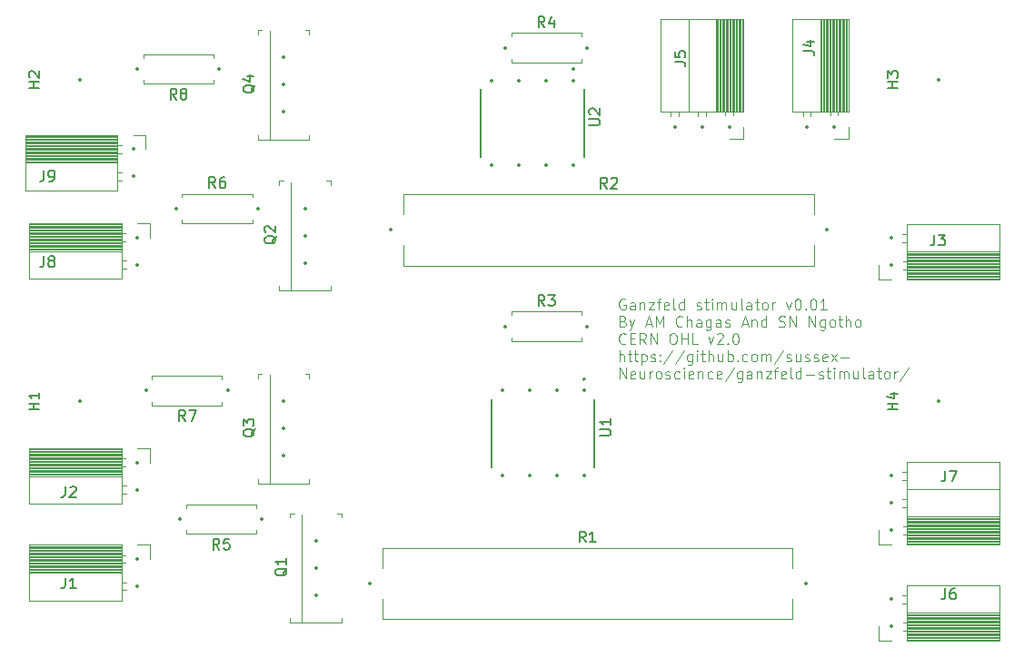
<source format=gto>
%TF.GenerationSoftware,KiCad,Pcbnew,8.0.6*%
%TF.CreationDate,2025-01-22T12:45:07+00:00*%
%TF.ProjectId,custom_driver,63757374-6f6d-45f6-9472-697665722e6b,rev?*%
%TF.SameCoordinates,Original*%
%TF.FileFunction,Legend,Top*%
%TF.FilePolarity,Positive*%
%FSLAX46Y46*%
G04 Gerber Fmt 4.6, Leading zero omitted, Abs format (unit mm)*
G04 Created by KiCad (PCBNEW 8.0.6) date 2025-01-22 12:45:07*
%MOMM*%
%LPD*%
G01*
G04 APERTURE LIST*
%ADD10C,0.100000*%
%ADD11C,0.150000*%
%ADD12C,0.120000*%
%ADD13C,0.127000*%
%ADD14C,0.200000*%
%ADD15C,0.350000*%
G04 APERTURE END LIST*
D10*
X150827693Y-88480262D02*
X150732455Y-88432643D01*
X150732455Y-88432643D02*
X150589598Y-88432643D01*
X150589598Y-88432643D02*
X150446741Y-88480262D01*
X150446741Y-88480262D02*
X150351503Y-88575500D01*
X150351503Y-88575500D02*
X150303884Y-88670738D01*
X150303884Y-88670738D02*
X150256265Y-88861214D01*
X150256265Y-88861214D02*
X150256265Y-89004071D01*
X150256265Y-89004071D02*
X150303884Y-89194547D01*
X150303884Y-89194547D02*
X150351503Y-89289785D01*
X150351503Y-89289785D02*
X150446741Y-89385024D01*
X150446741Y-89385024D02*
X150589598Y-89432643D01*
X150589598Y-89432643D02*
X150684836Y-89432643D01*
X150684836Y-89432643D02*
X150827693Y-89385024D01*
X150827693Y-89385024D02*
X150875312Y-89337404D01*
X150875312Y-89337404D02*
X150875312Y-89004071D01*
X150875312Y-89004071D02*
X150684836Y-89004071D01*
X151732455Y-89432643D02*
X151732455Y-88908833D01*
X151732455Y-88908833D02*
X151684836Y-88813595D01*
X151684836Y-88813595D02*
X151589598Y-88765976D01*
X151589598Y-88765976D02*
X151399122Y-88765976D01*
X151399122Y-88765976D02*
X151303884Y-88813595D01*
X151732455Y-89385024D02*
X151637217Y-89432643D01*
X151637217Y-89432643D02*
X151399122Y-89432643D01*
X151399122Y-89432643D02*
X151303884Y-89385024D01*
X151303884Y-89385024D02*
X151256265Y-89289785D01*
X151256265Y-89289785D02*
X151256265Y-89194547D01*
X151256265Y-89194547D02*
X151303884Y-89099309D01*
X151303884Y-89099309D02*
X151399122Y-89051690D01*
X151399122Y-89051690D02*
X151637217Y-89051690D01*
X151637217Y-89051690D02*
X151732455Y-89004071D01*
X152208646Y-88765976D02*
X152208646Y-89432643D01*
X152208646Y-88861214D02*
X152256265Y-88813595D01*
X152256265Y-88813595D02*
X152351503Y-88765976D01*
X152351503Y-88765976D02*
X152494360Y-88765976D01*
X152494360Y-88765976D02*
X152589598Y-88813595D01*
X152589598Y-88813595D02*
X152637217Y-88908833D01*
X152637217Y-88908833D02*
X152637217Y-89432643D01*
X153018170Y-88765976D02*
X153541979Y-88765976D01*
X153541979Y-88765976D02*
X153018170Y-89432643D01*
X153018170Y-89432643D02*
X153541979Y-89432643D01*
X153780075Y-88765976D02*
X154161027Y-88765976D01*
X153922932Y-89432643D02*
X153922932Y-88575500D01*
X153922932Y-88575500D02*
X153970551Y-88480262D01*
X153970551Y-88480262D02*
X154065789Y-88432643D01*
X154065789Y-88432643D02*
X154161027Y-88432643D01*
X154875313Y-89385024D02*
X154780075Y-89432643D01*
X154780075Y-89432643D02*
X154589599Y-89432643D01*
X154589599Y-89432643D02*
X154494361Y-89385024D01*
X154494361Y-89385024D02*
X154446742Y-89289785D01*
X154446742Y-89289785D02*
X154446742Y-88908833D01*
X154446742Y-88908833D02*
X154494361Y-88813595D01*
X154494361Y-88813595D02*
X154589599Y-88765976D01*
X154589599Y-88765976D02*
X154780075Y-88765976D01*
X154780075Y-88765976D02*
X154875313Y-88813595D01*
X154875313Y-88813595D02*
X154922932Y-88908833D01*
X154922932Y-88908833D02*
X154922932Y-89004071D01*
X154922932Y-89004071D02*
X154446742Y-89099309D01*
X155494361Y-89432643D02*
X155399123Y-89385024D01*
X155399123Y-89385024D02*
X155351504Y-89289785D01*
X155351504Y-89289785D02*
X155351504Y-88432643D01*
X156303885Y-89432643D02*
X156303885Y-88432643D01*
X156303885Y-89385024D02*
X156208647Y-89432643D01*
X156208647Y-89432643D02*
X156018171Y-89432643D01*
X156018171Y-89432643D02*
X155922933Y-89385024D01*
X155922933Y-89385024D02*
X155875314Y-89337404D01*
X155875314Y-89337404D02*
X155827695Y-89242166D01*
X155827695Y-89242166D02*
X155827695Y-88956452D01*
X155827695Y-88956452D02*
X155875314Y-88861214D01*
X155875314Y-88861214D02*
X155922933Y-88813595D01*
X155922933Y-88813595D02*
X156018171Y-88765976D01*
X156018171Y-88765976D02*
X156208647Y-88765976D01*
X156208647Y-88765976D02*
X156303885Y-88813595D01*
X157494362Y-89385024D02*
X157589600Y-89432643D01*
X157589600Y-89432643D02*
X157780076Y-89432643D01*
X157780076Y-89432643D02*
X157875314Y-89385024D01*
X157875314Y-89385024D02*
X157922933Y-89289785D01*
X157922933Y-89289785D02*
X157922933Y-89242166D01*
X157922933Y-89242166D02*
X157875314Y-89146928D01*
X157875314Y-89146928D02*
X157780076Y-89099309D01*
X157780076Y-89099309D02*
X157637219Y-89099309D01*
X157637219Y-89099309D02*
X157541981Y-89051690D01*
X157541981Y-89051690D02*
X157494362Y-88956452D01*
X157494362Y-88956452D02*
X157494362Y-88908833D01*
X157494362Y-88908833D02*
X157541981Y-88813595D01*
X157541981Y-88813595D02*
X157637219Y-88765976D01*
X157637219Y-88765976D02*
X157780076Y-88765976D01*
X157780076Y-88765976D02*
X157875314Y-88813595D01*
X158208648Y-88765976D02*
X158589600Y-88765976D01*
X158351505Y-88432643D02*
X158351505Y-89289785D01*
X158351505Y-89289785D02*
X158399124Y-89385024D01*
X158399124Y-89385024D02*
X158494362Y-89432643D01*
X158494362Y-89432643D02*
X158589600Y-89432643D01*
X158922934Y-89432643D02*
X158922934Y-88765976D01*
X158922934Y-88432643D02*
X158875315Y-88480262D01*
X158875315Y-88480262D02*
X158922934Y-88527881D01*
X158922934Y-88527881D02*
X158970553Y-88480262D01*
X158970553Y-88480262D02*
X158922934Y-88432643D01*
X158922934Y-88432643D02*
X158922934Y-88527881D01*
X159399124Y-89432643D02*
X159399124Y-88765976D01*
X159399124Y-88861214D02*
X159446743Y-88813595D01*
X159446743Y-88813595D02*
X159541981Y-88765976D01*
X159541981Y-88765976D02*
X159684838Y-88765976D01*
X159684838Y-88765976D02*
X159780076Y-88813595D01*
X159780076Y-88813595D02*
X159827695Y-88908833D01*
X159827695Y-88908833D02*
X159827695Y-89432643D01*
X159827695Y-88908833D02*
X159875314Y-88813595D01*
X159875314Y-88813595D02*
X159970552Y-88765976D01*
X159970552Y-88765976D02*
X160113409Y-88765976D01*
X160113409Y-88765976D02*
X160208648Y-88813595D01*
X160208648Y-88813595D02*
X160256267Y-88908833D01*
X160256267Y-88908833D02*
X160256267Y-89432643D01*
X161161028Y-88765976D02*
X161161028Y-89432643D01*
X160732457Y-88765976D02*
X160732457Y-89289785D01*
X160732457Y-89289785D02*
X160780076Y-89385024D01*
X160780076Y-89385024D02*
X160875314Y-89432643D01*
X160875314Y-89432643D02*
X161018171Y-89432643D01*
X161018171Y-89432643D02*
X161113409Y-89385024D01*
X161113409Y-89385024D02*
X161161028Y-89337404D01*
X161780076Y-89432643D02*
X161684838Y-89385024D01*
X161684838Y-89385024D02*
X161637219Y-89289785D01*
X161637219Y-89289785D02*
X161637219Y-88432643D01*
X162589600Y-89432643D02*
X162589600Y-88908833D01*
X162589600Y-88908833D02*
X162541981Y-88813595D01*
X162541981Y-88813595D02*
X162446743Y-88765976D01*
X162446743Y-88765976D02*
X162256267Y-88765976D01*
X162256267Y-88765976D02*
X162161029Y-88813595D01*
X162589600Y-89385024D02*
X162494362Y-89432643D01*
X162494362Y-89432643D02*
X162256267Y-89432643D01*
X162256267Y-89432643D02*
X162161029Y-89385024D01*
X162161029Y-89385024D02*
X162113410Y-89289785D01*
X162113410Y-89289785D02*
X162113410Y-89194547D01*
X162113410Y-89194547D02*
X162161029Y-89099309D01*
X162161029Y-89099309D02*
X162256267Y-89051690D01*
X162256267Y-89051690D02*
X162494362Y-89051690D01*
X162494362Y-89051690D02*
X162589600Y-89004071D01*
X162922934Y-88765976D02*
X163303886Y-88765976D01*
X163065791Y-88432643D02*
X163065791Y-89289785D01*
X163065791Y-89289785D02*
X163113410Y-89385024D01*
X163113410Y-89385024D02*
X163208648Y-89432643D01*
X163208648Y-89432643D02*
X163303886Y-89432643D01*
X163780077Y-89432643D02*
X163684839Y-89385024D01*
X163684839Y-89385024D02*
X163637220Y-89337404D01*
X163637220Y-89337404D02*
X163589601Y-89242166D01*
X163589601Y-89242166D02*
X163589601Y-88956452D01*
X163589601Y-88956452D02*
X163637220Y-88861214D01*
X163637220Y-88861214D02*
X163684839Y-88813595D01*
X163684839Y-88813595D02*
X163780077Y-88765976D01*
X163780077Y-88765976D02*
X163922934Y-88765976D01*
X163922934Y-88765976D02*
X164018172Y-88813595D01*
X164018172Y-88813595D02*
X164065791Y-88861214D01*
X164065791Y-88861214D02*
X164113410Y-88956452D01*
X164113410Y-88956452D02*
X164113410Y-89242166D01*
X164113410Y-89242166D02*
X164065791Y-89337404D01*
X164065791Y-89337404D02*
X164018172Y-89385024D01*
X164018172Y-89385024D02*
X163922934Y-89432643D01*
X163922934Y-89432643D02*
X163780077Y-89432643D01*
X164541982Y-89432643D02*
X164541982Y-88765976D01*
X164541982Y-88956452D02*
X164589601Y-88861214D01*
X164589601Y-88861214D02*
X164637220Y-88813595D01*
X164637220Y-88813595D02*
X164732458Y-88765976D01*
X164732458Y-88765976D02*
X164827696Y-88765976D01*
X165827697Y-88765976D02*
X166065792Y-89432643D01*
X166065792Y-89432643D02*
X166303887Y-88765976D01*
X166875316Y-88432643D02*
X166970554Y-88432643D01*
X166970554Y-88432643D02*
X167065792Y-88480262D01*
X167065792Y-88480262D02*
X167113411Y-88527881D01*
X167113411Y-88527881D02*
X167161030Y-88623119D01*
X167161030Y-88623119D02*
X167208649Y-88813595D01*
X167208649Y-88813595D02*
X167208649Y-89051690D01*
X167208649Y-89051690D02*
X167161030Y-89242166D01*
X167161030Y-89242166D02*
X167113411Y-89337404D01*
X167113411Y-89337404D02*
X167065792Y-89385024D01*
X167065792Y-89385024D02*
X166970554Y-89432643D01*
X166970554Y-89432643D02*
X166875316Y-89432643D01*
X166875316Y-89432643D02*
X166780078Y-89385024D01*
X166780078Y-89385024D02*
X166732459Y-89337404D01*
X166732459Y-89337404D02*
X166684840Y-89242166D01*
X166684840Y-89242166D02*
X166637221Y-89051690D01*
X166637221Y-89051690D02*
X166637221Y-88813595D01*
X166637221Y-88813595D02*
X166684840Y-88623119D01*
X166684840Y-88623119D02*
X166732459Y-88527881D01*
X166732459Y-88527881D02*
X166780078Y-88480262D01*
X166780078Y-88480262D02*
X166875316Y-88432643D01*
X167637221Y-89337404D02*
X167684840Y-89385024D01*
X167684840Y-89385024D02*
X167637221Y-89432643D01*
X167637221Y-89432643D02*
X167589602Y-89385024D01*
X167589602Y-89385024D02*
X167637221Y-89337404D01*
X167637221Y-89337404D02*
X167637221Y-89432643D01*
X168303887Y-88432643D02*
X168399125Y-88432643D01*
X168399125Y-88432643D02*
X168494363Y-88480262D01*
X168494363Y-88480262D02*
X168541982Y-88527881D01*
X168541982Y-88527881D02*
X168589601Y-88623119D01*
X168589601Y-88623119D02*
X168637220Y-88813595D01*
X168637220Y-88813595D02*
X168637220Y-89051690D01*
X168637220Y-89051690D02*
X168589601Y-89242166D01*
X168589601Y-89242166D02*
X168541982Y-89337404D01*
X168541982Y-89337404D02*
X168494363Y-89385024D01*
X168494363Y-89385024D02*
X168399125Y-89432643D01*
X168399125Y-89432643D02*
X168303887Y-89432643D01*
X168303887Y-89432643D02*
X168208649Y-89385024D01*
X168208649Y-89385024D02*
X168161030Y-89337404D01*
X168161030Y-89337404D02*
X168113411Y-89242166D01*
X168113411Y-89242166D02*
X168065792Y-89051690D01*
X168065792Y-89051690D02*
X168065792Y-88813595D01*
X168065792Y-88813595D02*
X168113411Y-88623119D01*
X168113411Y-88623119D02*
X168161030Y-88527881D01*
X168161030Y-88527881D02*
X168208649Y-88480262D01*
X168208649Y-88480262D02*
X168303887Y-88432643D01*
X169589601Y-89432643D02*
X169018173Y-89432643D01*
X169303887Y-89432643D02*
X169303887Y-88432643D01*
X169303887Y-88432643D02*
X169208649Y-88575500D01*
X169208649Y-88575500D02*
X169113411Y-88670738D01*
X169113411Y-88670738D02*
X169018173Y-88718357D01*
X150637217Y-90518777D02*
X150780074Y-90566396D01*
X150780074Y-90566396D02*
X150827693Y-90614015D01*
X150827693Y-90614015D02*
X150875312Y-90709253D01*
X150875312Y-90709253D02*
X150875312Y-90852110D01*
X150875312Y-90852110D02*
X150827693Y-90947348D01*
X150827693Y-90947348D02*
X150780074Y-90994968D01*
X150780074Y-90994968D02*
X150684836Y-91042587D01*
X150684836Y-91042587D02*
X150303884Y-91042587D01*
X150303884Y-91042587D02*
X150303884Y-90042587D01*
X150303884Y-90042587D02*
X150637217Y-90042587D01*
X150637217Y-90042587D02*
X150732455Y-90090206D01*
X150732455Y-90090206D02*
X150780074Y-90137825D01*
X150780074Y-90137825D02*
X150827693Y-90233063D01*
X150827693Y-90233063D02*
X150827693Y-90328301D01*
X150827693Y-90328301D02*
X150780074Y-90423539D01*
X150780074Y-90423539D02*
X150732455Y-90471158D01*
X150732455Y-90471158D02*
X150637217Y-90518777D01*
X150637217Y-90518777D02*
X150303884Y-90518777D01*
X151208646Y-90375920D02*
X151446741Y-91042587D01*
X151684836Y-90375920D02*
X151446741Y-91042587D01*
X151446741Y-91042587D02*
X151351503Y-91280682D01*
X151351503Y-91280682D02*
X151303884Y-91328301D01*
X151303884Y-91328301D02*
X151208646Y-91375920D01*
X152780075Y-90756872D02*
X153256265Y-90756872D01*
X152684837Y-91042587D02*
X153018170Y-90042587D01*
X153018170Y-90042587D02*
X153351503Y-91042587D01*
X153684837Y-91042587D02*
X153684837Y-90042587D01*
X153684837Y-90042587D02*
X154018170Y-90756872D01*
X154018170Y-90756872D02*
X154351503Y-90042587D01*
X154351503Y-90042587D02*
X154351503Y-91042587D01*
X156161027Y-90947348D02*
X156113408Y-90994968D01*
X156113408Y-90994968D02*
X155970551Y-91042587D01*
X155970551Y-91042587D02*
X155875313Y-91042587D01*
X155875313Y-91042587D02*
X155732456Y-90994968D01*
X155732456Y-90994968D02*
X155637218Y-90899729D01*
X155637218Y-90899729D02*
X155589599Y-90804491D01*
X155589599Y-90804491D02*
X155541980Y-90614015D01*
X155541980Y-90614015D02*
X155541980Y-90471158D01*
X155541980Y-90471158D02*
X155589599Y-90280682D01*
X155589599Y-90280682D02*
X155637218Y-90185444D01*
X155637218Y-90185444D02*
X155732456Y-90090206D01*
X155732456Y-90090206D02*
X155875313Y-90042587D01*
X155875313Y-90042587D02*
X155970551Y-90042587D01*
X155970551Y-90042587D02*
X156113408Y-90090206D01*
X156113408Y-90090206D02*
X156161027Y-90137825D01*
X156589599Y-91042587D02*
X156589599Y-90042587D01*
X157018170Y-91042587D02*
X157018170Y-90518777D01*
X157018170Y-90518777D02*
X156970551Y-90423539D01*
X156970551Y-90423539D02*
X156875313Y-90375920D01*
X156875313Y-90375920D02*
X156732456Y-90375920D01*
X156732456Y-90375920D02*
X156637218Y-90423539D01*
X156637218Y-90423539D02*
X156589599Y-90471158D01*
X157922932Y-91042587D02*
X157922932Y-90518777D01*
X157922932Y-90518777D02*
X157875313Y-90423539D01*
X157875313Y-90423539D02*
X157780075Y-90375920D01*
X157780075Y-90375920D02*
X157589599Y-90375920D01*
X157589599Y-90375920D02*
X157494361Y-90423539D01*
X157922932Y-90994968D02*
X157827694Y-91042587D01*
X157827694Y-91042587D02*
X157589599Y-91042587D01*
X157589599Y-91042587D02*
X157494361Y-90994968D01*
X157494361Y-90994968D02*
X157446742Y-90899729D01*
X157446742Y-90899729D02*
X157446742Y-90804491D01*
X157446742Y-90804491D02*
X157494361Y-90709253D01*
X157494361Y-90709253D02*
X157589599Y-90661634D01*
X157589599Y-90661634D02*
X157827694Y-90661634D01*
X157827694Y-90661634D02*
X157922932Y-90614015D01*
X158827694Y-90375920D02*
X158827694Y-91185444D01*
X158827694Y-91185444D02*
X158780075Y-91280682D01*
X158780075Y-91280682D02*
X158732456Y-91328301D01*
X158732456Y-91328301D02*
X158637218Y-91375920D01*
X158637218Y-91375920D02*
X158494361Y-91375920D01*
X158494361Y-91375920D02*
X158399123Y-91328301D01*
X158827694Y-90994968D02*
X158732456Y-91042587D01*
X158732456Y-91042587D02*
X158541980Y-91042587D01*
X158541980Y-91042587D02*
X158446742Y-90994968D01*
X158446742Y-90994968D02*
X158399123Y-90947348D01*
X158399123Y-90947348D02*
X158351504Y-90852110D01*
X158351504Y-90852110D02*
X158351504Y-90566396D01*
X158351504Y-90566396D02*
X158399123Y-90471158D01*
X158399123Y-90471158D02*
X158446742Y-90423539D01*
X158446742Y-90423539D02*
X158541980Y-90375920D01*
X158541980Y-90375920D02*
X158732456Y-90375920D01*
X158732456Y-90375920D02*
X158827694Y-90423539D01*
X159732456Y-91042587D02*
X159732456Y-90518777D01*
X159732456Y-90518777D02*
X159684837Y-90423539D01*
X159684837Y-90423539D02*
X159589599Y-90375920D01*
X159589599Y-90375920D02*
X159399123Y-90375920D01*
X159399123Y-90375920D02*
X159303885Y-90423539D01*
X159732456Y-90994968D02*
X159637218Y-91042587D01*
X159637218Y-91042587D02*
X159399123Y-91042587D01*
X159399123Y-91042587D02*
X159303885Y-90994968D01*
X159303885Y-90994968D02*
X159256266Y-90899729D01*
X159256266Y-90899729D02*
X159256266Y-90804491D01*
X159256266Y-90804491D02*
X159303885Y-90709253D01*
X159303885Y-90709253D02*
X159399123Y-90661634D01*
X159399123Y-90661634D02*
X159637218Y-90661634D01*
X159637218Y-90661634D02*
X159732456Y-90614015D01*
X160161028Y-90994968D02*
X160256266Y-91042587D01*
X160256266Y-91042587D02*
X160446742Y-91042587D01*
X160446742Y-91042587D02*
X160541980Y-90994968D01*
X160541980Y-90994968D02*
X160589599Y-90899729D01*
X160589599Y-90899729D02*
X160589599Y-90852110D01*
X160589599Y-90852110D02*
X160541980Y-90756872D01*
X160541980Y-90756872D02*
X160446742Y-90709253D01*
X160446742Y-90709253D02*
X160303885Y-90709253D01*
X160303885Y-90709253D02*
X160208647Y-90661634D01*
X160208647Y-90661634D02*
X160161028Y-90566396D01*
X160161028Y-90566396D02*
X160161028Y-90518777D01*
X160161028Y-90518777D02*
X160208647Y-90423539D01*
X160208647Y-90423539D02*
X160303885Y-90375920D01*
X160303885Y-90375920D02*
X160446742Y-90375920D01*
X160446742Y-90375920D02*
X160541980Y-90423539D01*
X161732457Y-90756872D02*
X162208647Y-90756872D01*
X161637219Y-91042587D02*
X161970552Y-90042587D01*
X161970552Y-90042587D02*
X162303885Y-91042587D01*
X162637219Y-90375920D02*
X162637219Y-91042587D01*
X162637219Y-90471158D02*
X162684838Y-90423539D01*
X162684838Y-90423539D02*
X162780076Y-90375920D01*
X162780076Y-90375920D02*
X162922933Y-90375920D01*
X162922933Y-90375920D02*
X163018171Y-90423539D01*
X163018171Y-90423539D02*
X163065790Y-90518777D01*
X163065790Y-90518777D02*
X163065790Y-91042587D01*
X163970552Y-91042587D02*
X163970552Y-90042587D01*
X163970552Y-90994968D02*
X163875314Y-91042587D01*
X163875314Y-91042587D02*
X163684838Y-91042587D01*
X163684838Y-91042587D02*
X163589600Y-90994968D01*
X163589600Y-90994968D02*
X163541981Y-90947348D01*
X163541981Y-90947348D02*
X163494362Y-90852110D01*
X163494362Y-90852110D02*
X163494362Y-90566396D01*
X163494362Y-90566396D02*
X163541981Y-90471158D01*
X163541981Y-90471158D02*
X163589600Y-90423539D01*
X163589600Y-90423539D02*
X163684838Y-90375920D01*
X163684838Y-90375920D02*
X163875314Y-90375920D01*
X163875314Y-90375920D02*
X163970552Y-90423539D01*
X165161029Y-90994968D02*
X165303886Y-91042587D01*
X165303886Y-91042587D02*
X165541981Y-91042587D01*
X165541981Y-91042587D02*
X165637219Y-90994968D01*
X165637219Y-90994968D02*
X165684838Y-90947348D01*
X165684838Y-90947348D02*
X165732457Y-90852110D01*
X165732457Y-90852110D02*
X165732457Y-90756872D01*
X165732457Y-90756872D02*
X165684838Y-90661634D01*
X165684838Y-90661634D02*
X165637219Y-90614015D01*
X165637219Y-90614015D02*
X165541981Y-90566396D01*
X165541981Y-90566396D02*
X165351505Y-90518777D01*
X165351505Y-90518777D02*
X165256267Y-90471158D01*
X165256267Y-90471158D02*
X165208648Y-90423539D01*
X165208648Y-90423539D02*
X165161029Y-90328301D01*
X165161029Y-90328301D02*
X165161029Y-90233063D01*
X165161029Y-90233063D02*
X165208648Y-90137825D01*
X165208648Y-90137825D02*
X165256267Y-90090206D01*
X165256267Y-90090206D02*
X165351505Y-90042587D01*
X165351505Y-90042587D02*
X165589600Y-90042587D01*
X165589600Y-90042587D02*
X165732457Y-90090206D01*
X166161029Y-91042587D02*
X166161029Y-90042587D01*
X166161029Y-90042587D02*
X166732457Y-91042587D01*
X166732457Y-91042587D02*
X166732457Y-90042587D01*
X167970553Y-91042587D02*
X167970553Y-90042587D01*
X167970553Y-90042587D02*
X168541981Y-91042587D01*
X168541981Y-91042587D02*
X168541981Y-90042587D01*
X169446743Y-90375920D02*
X169446743Y-91185444D01*
X169446743Y-91185444D02*
X169399124Y-91280682D01*
X169399124Y-91280682D02*
X169351505Y-91328301D01*
X169351505Y-91328301D02*
X169256267Y-91375920D01*
X169256267Y-91375920D02*
X169113410Y-91375920D01*
X169113410Y-91375920D02*
X169018172Y-91328301D01*
X169446743Y-90994968D02*
X169351505Y-91042587D01*
X169351505Y-91042587D02*
X169161029Y-91042587D01*
X169161029Y-91042587D02*
X169065791Y-90994968D01*
X169065791Y-90994968D02*
X169018172Y-90947348D01*
X169018172Y-90947348D02*
X168970553Y-90852110D01*
X168970553Y-90852110D02*
X168970553Y-90566396D01*
X168970553Y-90566396D02*
X169018172Y-90471158D01*
X169018172Y-90471158D02*
X169065791Y-90423539D01*
X169065791Y-90423539D02*
X169161029Y-90375920D01*
X169161029Y-90375920D02*
X169351505Y-90375920D01*
X169351505Y-90375920D02*
X169446743Y-90423539D01*
X170065791Y-91042587D02*
X169970553Y-90994968D01*
X169970553Y-90994968D02*
X169922934Y-90947348D01*
X169922934Y-90947348D02*
X169875315Y-90852110D01*
X169875315Y-90852110D02*
X169875315Y-90566396D01*
X169875315Y-90566396D02*
X169922934Y-90471158D01*
X169922934Y-90471158D02*
X169970553Y-90423539D01*
X169970553Y-90423539D02*
X170065791Y-90375920D01*
X170065791Y-90375920D02*
X170208648Y-90375920D01*
X170208648Y-90375920D02*
X170303886Y-90423539D01*
X170303886Y-90423539D02*
X170351505Y-90471158D01*
X170351505Y-90471158D02*
X170399124Y-90566396D01*
X170399124Y-90566396D02*
X170399124Y-90852110D01*
X170399124Y-90852110D02*
X170351505Y-90947348D01*
X170351505Y-90947348D02*
X170303886Y-90994968D01*
X170303886Y-90994968D02*
X170208648Y-91042587D01*
X170208648Y-91042587D02*
X170065791Y-91042587D01*
X170684839Y-90375920D02*
X171065791Y-90375920D01*
X170827696Y-90042587D02*
X170827696Y-90899729D01*
X170827696Y-90899729D02*
X170875315Y-90994968D01*
X170875315Y-90994968D02*
X170970553Y-91042587D01*
X170970553Y-91042587D02*
X171065791Y-91042587D01*
X171399125Y-91042587D02*
X171399125Y-90042587D01*
X171827696Y-91042587D02*
X171827696Y-90518777D01*
X171827696Y-90518777D02*
X171780077Y-90423539D01*
X171780077Y-90423539D02*
X171684839Y-90375920D01*
X171684839Y-90375920D02*
X171541982Y-90375920D01*
X171541982Y-90375920D02*
X171446744Y-90423539D01*
X171446744Y-90423539D02*
X171399125Y-90471158D01*
X172446744Y-91042587D02*
X172351506Y-90994968D01*
X172351506Y-90994968D02*
X172303887Y-90947348D01*
X172303887Y-90947348D02*
X172256268Y-90852110D01*
X172256268Y-90852110D02*
X172256268Y-90566396D01*
X172256268Y-90566396D02*
X172303887Y-90471158D01*
X172303887Y-90471158D02*
X172351506Y-90423539D01*
X172351506Y-90423539D02*
X172446744Y-90375920D01*
X172446744Y-90375920D02*
X172589601Y-90375920D01*
X172589601Y-90375920D02*
X172684839Y-90423539D01*
X172684839Y-90423539D02*
X172732458Y-90471158D01*
X172732458Y-90471158D02*
X172780077Y-90566396D01*
X172780077Y-90566396D02*
X172780077Y-90852110D01*
X172780077Y-90852110D02*
X172732458Y-90947348D01*
X172732458Y-90947348D02*
X172684839Y-90994968D01*
X172684839Y-90994968D02*
X172589601Y-91042587D01*
X172589601Y-91042587D02*
X172446744Y-91042587D01*
X150875312Y-92557292D02*
X150827693Y-92604912D01*
X150827693Y-92604912D02*
X150684836Y-92652531D01*
X150684836Y-92652531D02*
X150589598Y-92652531D01*
X150589598Y-92652531D02*
X150446741Y-92604912D01*
X150446741Y-92604912D02*
X150351503Y-92509673D01*
X150351503Y-92509673D02*
X150303884Y-92414435D01*
X150303884Y-92414435D02*
X150256265Y-92223959D01*
X150256265Y-92223959D02*
X150256265Y-92081102D01*
X150256265Y-92081102D02*
X150303884Y-91890626D01*
X150303884Y-91890626D02*
X150351503Y-91795388D01*
X150351503Y-91795388D02*
X150446741Y-91700150D01*
X150446741Y-91700150D02*
X150589598Y-91652531D01*
X150589598Y-91652531D02*
X150684836Y-91652531D01*
X150684836Y-91652531D02*
X150827693Y-91700150D01*
X150827693Y-91700150D02*
X150875312Y-91747769D01*
X151303884Y-92128721D02*
X151637217Y-92128721D01*
X151780074Y-92652531D02*
X151303884Y-92652531D01*
X151303884Y-92652531D02*
X151303884Y-91652531D01*
X151303884Y-91652531D02*
X151780074Y-91652531D01*
X152780074Y-92652531D02*
X152446741Y-92176340D01*
X152208646Y-92652531D02*
X152208646Y-91652531D01*
X152208646Y-91652531D02*
X152589598Y-91652531D01*
X152589598Y-91652531D02*
X152684836Y-91700150D01*
X152684836Y-91700150D02*
X152732455Y-91747769D01*
X152732455Y-91747769D02*
X152780074Y-91843007D01*
X152780074Y-91843007D02*
X152780074Y-91985864D01*
X152780074Y-91985864D02*
X152732455Y-92081102D01*
X152732455Y-92081102D02*
X152684836Y-92128721D01*
X152684836Y-92128721D02*
X152589598Y-92176340D01*
X152589598Y-92176340D02*
X152208646Y-92176340D01*
X153208646Y-92652531D02*
X153208646Y-91652531D01*
X153208646Y-91652531D02*
X153780074Y-92652531D01*
X153780074Y-92652531D02*
X153780074Y-91652531D01*
X155208646Y-91652531D02*
X155399122Y-91652531D01*
X155399122Y-91652531D02*
X155494360Y-91700150D01*
X155494360Y-91700150D02*
X155589598Y-91795388D01*
X155589598Y-91795388D02*
X155637217Y-91985864D01*
X155637217Y-91985864D02*
X155637217Y-92319197D01*
X155637217Y-92319197D02*
X155589598Y-92509673D01*
X155589598Y-92509673D02*
X155494360Y-92604912D01*
X155494360Y-92604912D02*
X155399122Y-92652531D01*
X155399122Y-92652531D02*
X155208646Y-92652531D01*
X155208646Y-92652531D02*
X155113408Y-92604912D01*
X155113408Y-92604912D02*
X155018170Y-92509673D01*
X155018170Y-92509673D02*
X154970551Y-92319197D01*
X154970551Y-92319197D02*
X154970551Y-91985864D01*
X154970551Y-91985864D02*
X155018170Y-91795388D01*
X155018170Y-91795388D02*
X155113408Y-91700150D01*
X155113408Y-91700150D02*
X155208646Y-91652531D01*
X156065789Y-92652531D02*
X156065789Y-91652531D01*
X156065789Y-92128721D02*
X156637217Y-92128721D01*
X156637217Y-92652531D02*
X156637217Y-91652531D01*
X157589598Y-92652531D02*
X157113408Y-92652531D01*
X157113408Y-92652531D02*
X157113408Y-91652531D01*
X158589599Y-91985864D02*
X158827694Y-92652531D01*
X158827694Y-92652531D02*
X159065789Y-91985864D01*
X159399123Y-91747769D02*
X159446742Y-91700150D01*
X159446742Y-91700150D02*
X159541980Y-91652531D01*
X159541980Y-91652531D02*
X159780075Y-91652531D01*
X159780075Y-91652531D02*
X159875313Y-91700150D01*
X159875313Y-91700150D02*
X159922932Y-91747769D01*
X159922932Y-91747769D02*
X159970551Y-91843007D01*
X159970551Y-91843007D02*
X159970551Y-91938245D01*
X159970551Y-91938245D02*
X159922932Y-92081102D01*
X159922932Y-92081102D02*
X159351504Y-92652531D01*
X159351504Y-92652531D02*
X159970551Y-92652531D01*
X160399123Y-92557292D02*
X160446742Y-92604912D01*
X160446742Y-92604912D02*
X160399123Y-92652531D01*
X160399123Y-92652531D02*
X160351504Y-92604912D01*
X160351504Y-92604912D02*
X160399123Y-92557292D01*
X160399123Y-92557292D02*
X160399123Y-92652531D01*
X161065789Y-91652531D02*
X161161027Y-91652531D01*
X161161027Y-91652531D02*
X161256265Y-91700150D01*
X161256265Y-91700150D02*
X161303884Y-91747769D01*
X161303884Y-91747769D02*
X161351503Y-91843007D01*
X161351503Y-91843007D02*
X161399122Y-92033483D01*
X161399122Y-92033483D02*
X161399122Y-92271578D01*
X161399122Y-92271578D02*
X161351503Y-92462054D01*
X161351503Y-92462054D02*
X161303884Y-92557292D01*
X161303884Y-92557292D02*
X161256265Y-92604912D01*
X161256265Y-92604912D02*
X161161027Y-92652531D01*
X161161027Y-92652531D02*
X161065789Y-92652531D01*
X161065789Y-92652531D02*
X160970551Y-92604912D01*
X160970551Y-92604912D02*
X160922932Y-92557292D01*
X160922932Y-92557292D02*
X160875313Y-92462054D01*
X160875313Y-92462054D02*
X160827694Y-92271578D01*
X160827694Y-92271578D02*
X160827694Y-92033483D01*
X160827694Y-92033483D02*
X160875313Y-91843007D01*
X160875313Y-91843007D02*
X160922932Y-91747769D01*
X160922932Y-91747769D02*
X160970551Y-91700150D01*
X160970551Y-91700150D02*
X161065789Y-91652531D01*
X150303884Y-94262475D02*
X150303884Y-93262475D01*
X150732455Y-94262475D02*
X150732455Y-93738665D01*
X150732455Y-93738665D02*
X150684836Y-93643427D01*
X150684836Y-93643427D02*
X150589598Y-93595808D01*
X150589598Y-93595808D02*
X150446741Y-93595808D01*
X150446741Y-93595808D02*
X150351503Y-93643427D01*
X150351503Y-93643427D02*
X150303884Y-93691046D01*
X151065789Y-93595808D02*
X151446741Y-93595808D01*
X151208646Y-93262475D02*
X151208646Y-94119617D01*
X151208646Y-94119617D02*
X151256265Y-94214856D01*
X151256265Y-94214856D02*
X151351503Y-94262475D01*
X151351503Y-94262475D02*
X151446741Y-94262475D01*
X151637218Y-93595808D02*
X152018170Y-93595808D01*
X151780075Y-93262475D02*
X151780075Y-94119617D01*
X151780075Y-94119617D02*
X151827694Y-94214856D01*
X151827694Y-94214856D02*
X151922932Y-94262475D01*
X151922932Y-94262475D02*
X152018170Y-94262475D01*
X152351504Y-93595808D02*
X152351504Y-94595808D01*
X152351504Y-93643427D02*
X152446742Y-93595808D01*
X152446742Y-93595808D02*
X152637218Y-93595808D01*
X152637218Y-93595808D02*
X152732456Y-93643427D01*
X152732456Y-93643427D02*
X152780075Y-93691046D01*
X152780075Y-93691046D02*
X152827694Y-93786284D01*
X152827694Y-93786284D02*
X152827694Y-94071998D01*
X152827694Y-94071998D02*
X152780075Y-94167236D01*
X152780075Y-94167236D02*
X152732456Y-94214856D01*
X152732456Y-94214856D02*
X152637218Y-94262475D01*
X152637218Y-94262475D02*
X152446742Y-94262475D01*
X152446742Y-94262475D02*
X152351504Y-94214856D01*
X153208647Y-94214856D02*
X153303885Y-94262475D01*
X153303885Y-94262475D02*
X153494361Y-94262475D01*
X153494361Y-94262475D02*
X153589599Y-94214856D01*
X153589599Y-94214856D02*
X153637218Y-94119617D01*
X153637218Y-94119617D02*
X153637218Y-94071998D01*
X153637218Y-94071998D02*
X153589599Y-93976760D01*
X153589599Y-93976760D02*
X153494361Y-93929141D01*
X153494361Y-93929141D02*
X153351504Y-93929141D01*
X153351504Y-93929141D02*
X153256266Y-93881522D01*
X153256266Y-93881522D02*
X153208647Y-93786284D01*
X153208647Y-93786284D02*
X153208647Y-93738665D01*
X153208647Y-93738665D02*
X153256266Y-93643427D01*
X153256266Y-93643427D02*
X153351504Y-93595808D01*
X153351504Y-93595808D02*
X153494361Y-93595808D01*
X153494361Y-93595808D02*
X153589599Y-93643427D01*
X154065790Y-94167236D02*
X154113409Y-94214856D01*
X154113409Y-94214856D02*
X154065790Y-94262475D01*
X154065790Y-94262475D02*
X154018171Y-94214856D01*
X154018171Y-94214856D02*
X154065790Y-94167236D01*
X154065790Y-94167236D02*
X154065790Y-94262475D01*
X154065790Y-93643427D02*
X154113409Y-93691046D01*
X154113409Y-93691046D02*
X154065790Y-93738665D01*
X154065790Y-93738665D02*
X154018171Y-93691046D01*
X154018171Y-93691046D02*
X154065790Y-93643427D01*
X154065790Y-93643427D02*
X154065790Y-93738665D01*
X155256265Y-93214856D02*
X154399123Y-94500570D01*
X156303884Y-93214856D02*
X155446742Y-94500570D01*
X157065789Y-93595808D02*
X157065789Y-94405332D01*
X157065789Y-94405332D02*
X157018170Y-94500570D01*
X157018170Y-94500570D02*
X156970551Y-94548189D01*
X156970551Y-94548189D02*
X156875313Y-94595808D01*
X156875313Y-94595808D02*
X156732456Y-94595808D01*
X156732456Y-94595808D02*
X156637218Y-94548189D01*
X157065789Y-94214856D02*
X156970551Y-94262475D01*
X156970551Y-94262475D02*
X156780075Y-94262475D01*
X156780075Y-94262475D02*
X156684837Y-94214856D01*
X156684837Y-94214856D02*
X156637218Y-94167236D01*
X156637218Y-94167236D02*
X156589599Y-94071998D01*
X156589599Y-94071998D02*
X156589599Y-93786284D01*
X156589599Y-93786284D02*
X156637218Y-93691046D01*
X156637218Y-93691046D02*
X156684837Y-93643427D01*
X156684837Y-93643427D02*
X156780075Y-93595808D01*
X156780075Y-93595808D02*
X156970551Y-93595808D01*
X156970551Y-93595808D02*
X157065789Y-93643427D01*
X157541980Y-94262475D02*
X157541980Y-93595808D01*
X157541980Y-93262475D02*
X157494361Y-93310094D01*
X157494361Y-93310094D02*
X157541980Y-93357713D01*
X157541980Y-93357713D02*
X157589599Y-93310094D01*
X157589599Y-93310094D02*
X157541980Y-93262475D01*
X157541980Y-93262475D02*
X157541980Y-93357713D01*
X157875313Y-93595808D02*
X158256265Y-93595808D01*
X158018170Y-93262475D02*
X158018170Y-94119617D01*
X158018170Y-94119617D02*
X158065789Y-94214856D01*
X158065789Y-94214856D02*
X158161027Y-94262475D01*
X158161027Y-94262475D02*
X158256265Y-94262475D01*
X158589599Y-94262475D02*
X158589599Y-93262475D01*
X159018170Y-94262475D02*
X159018170Y-93738665D01*
X159018170Y-93738665D02*
X158970551Y-93643427D01*
X158970551Y-93643427D02*
X158875313Y-93595808D01*
X158875313Y-93595808D02*
X158732456Y-93595808D01*
X158732456Y-93595808D02*
X158637218Y-93643427D01*
X158637218Y-93643427D02*
X158589599Y-93691046D01*
X159922932Y-93595808D02*
X159922932Y-94262475D01*
X159494361Y-93595808D02*
X159494361Y-94119617D01*
X159494361Y-94119617D02*
X159541980Y-94214856D01*
X159541980Y-94214856D02*
X159637218Y-94262475D01*
X159637218Y-94262475D02*
X159780075Y-94262475D01*
X159780075Y-94262475D02*
X159875313Y-94214856D01*
X159875313Y-94214856D02*
X159922932Y-94167236D01*
X160399123Y-94262475D02*
X160399123Y-93262475D01*
X160399123Y-93643427D02*
X160494361Y-93595808D01*
X160494361Y-93595808D02*
X160684837Y-93595808D01*
X160684837Y-93595808D02*
X160780075Y-93643427D01*
X160780075Y-93643427D02*
X160827694Y-93691046D01*
X160827694Y-93691046D02*
X160875313Y-93786284D01*
X160875313Y-93786284D02*
X160875313Y-94071998D01*
X160875313Y-94071998D02*
X160827694Y-94167236D01*
X160827694Y-94167236D02*
X160780075Y-94214856D01*
X160780075Y-94214856D02*
X160684837Y-94262475D01*
X160684837Y-94262475D02*
X160494361Y-94262475D01*
X160494361Y-94262475D02*
X160399123Y-94214856D01*
X161303885Y-94167236D02*
X161351504Y-94214856D01*
X161351504Y-94214856D02*
X161303885Y-94262475D01*
X161303885Y-94262475D02*
X161256266Y-94214856D01*
X161256266Y-94214856D02*
X161303885Y-94167236D01*
X161303885Y-94167236D02*
X161303885Y-94262475D01*
X162208646Y-94214856D02*
X162113408Y-94262475D01*
X162113408Y-94262475D02*
X161922932Y-94262475D01*
X161922932Y-94262475D02*
X161827694Y-94214856D01*
X161827694Y-94214856D02*
X161780075Y-94167236D01*
X161780075Y-94167236D02*
X161732456Y-94071998D01*
X161732456Y-94071998D02*
X161732456Y-93786284D01*
X161732456Y-93786284D02*
X161780075Y-93691046D01*
X161780075Y-93691046D02*
X161827694Y-93643427D01*
X161827694Y-93643427D02*
X161922932Y-93595808D01*
X161922932Y-93595808D02*
X162113408Y-93595808D01*
X162113408Y-93595808D02*
X162208646Y-93643427D01*
X162780075Y-94262475D02*
X162684837Y-94214856D01*
X162684837Y-94214856D02*
X162637218Y-94167236D01*
X162637218Y-94167236D02*
X162589599Y-94071998D01*
X162589599Y-94071998D02*
X162589599Y-93786284D01*
X162589599Y-93786284D02*
X162637218Y-93691046D01*
X162637218Y-93691046D02*
X162684837Y-93643427D01*
X162684837Y-93643427D02*
X162780075Y-93595808D01*
X162780075Y-93595808D02*
X162922932Y-93595808D01*
X162922932Y-93595808D02*
X163018170Y-93643427D01*
X163018170Y-93643427D02*
X163065789Y-93691046D01*
X163065789Y-93691046D02*
X163113408Y-93786284D01*
X163113408Y-93786284D02*
X163113408Y-94071998D01*
X163113408Y-94071998D02*
X163065789Y-94167236D01*
X163065789Y-94167236D02*
X163018170Y-94214856D01*
X163018170Y-94214856D02*
X162922932Y-94262475D01*
X162922932Y-94262475D02*
X162780075Y-94262475D01*
X163541980Y-94262475D02*
X163541980Y-93595808D01*
X163541980Y-93691046D02*
X163589599Y-93643427D01*
X163589599Y-93643427D02*
X163684837Y-93595808D01*
X163684837Y-93595808D02*
X163827694Y-93595808D01*
X163827694Y-93595808D02*
X163922932Y-93643427D01*
X163922932Y-93643427D02*
X163970551Y-93738665D01*
X163970551Y-93738665D02*
X163970551Y-94262475D01*
X163970551Y-93738665D02*
X164018170Y-93643427D01*
X164018170Y-93643427D02*
X164113408Y-93595808D01*
X164113408Y-93595808D02*
X164256265Y-93595808D01*
X164256265Y-93595808D02*
X164351504Y-93643427D01*
X164351504Y-93643427D02*
X164399123Y-93738665D01*
X164399123Y-93738665D02*
X164399123Y-94262475D01*
X165589598Y-93214856D02*
X164732456Y-94500570D01*
X165875313Y-94214856D02*
X165970551Y-94262475D01*
X165970551Y-94262475D02*
X166161027Y-94262475D01*
X166161027Y-94262475D02*
X166256265Y-94214856D01*
X166256265Y-94214856D02*
X166303884Y-94119617D01*
X166303884Y-94119617D02*
X166303884Y-94071998D01*
X166303884Y-94071998D02*
X166256265Y-93976760D01*
X166256265Y-93976760D02*
X166161027Y-93929141D01*
X166161027Y-93929141D02*
X166018170Y-93929141D01*
X166018170Y-93929141D02*
X165922932Y-93881522D01*
X165922932Y-93881522D02*
X165875313Y-93786284D01*
X165875313Y-93786284D02*
X165875313Y-93738665D01*
X165875313Y-93738665D02*
X165922932Y-93643427D01*
X165922932Y-93643427D02*
X166018170Y-93595808D01*
X166018170Y-93595808D02*
X166161027Y-93595808D01*
X166161027Y-93595808D02*
X166256265Y-93643427D01*
X167161027Y-93595808D02*
X167161027Y-94262475D01*
X166732456Y-93595808D02*
X166732456Y-94119617D01*
X166732456Y-94119617D02*
X166780075Y-94214856D01*
X166780075Y-94214856D02*
X166875313Y-94262475D01*
X166875313Y-94262475D02*
X167018170Y-94262475D01*
X167018170Y-94262475D02*
X167113408Y-94214856D01*
X167113408Y-94214856D02*
X167161027Y-94167236D01*
X167589599Y-94214856D02*
X167684837Y-94262475D01*
X167684837Y-94262475D02*
X167875313Y-94262475D01*
X167875313Y-94262475D02*
X167970551Y-94214856D01*
X167970551Y-94214856D02*
X168018170Y-94119617D01*
X168018170Y-94119617D02*
X168018170Y-94071998D01*
X168018170Y-94071998D02*
X167970551Y-93976760D01*
X167970551Y-93976760D02*
X167875313Y-93929141D01*
X167875313Y-93929141D02*
X167732456Y-93929141D01*
X167732456Y-93929141D02*
X167637218Y-93881522D01*
X167637218Y-93881522D02*
X167589599Y-93786284D01*
X167589599Y-93786284D02*
X167589599Y-93738665D01*
X167589599Y-93738665D02*
X167637218Y-93643427D01*
X167637218Y-93643427D02*
X167732456Y-93595808D01*
X167732456Y-93595808D02*
X167875313Y-93595808D01*
X167875313Y-93595808D02*
X167970551Y-93643427D01*
X168399123Y-94214856D02*
X168494361Y-94262475D01*
X168494361Y-94262475D02*
X168684837Y-94262475D01*
X168684837Y-94262475D02*
X168780075Y-94214856D01*
X168780075Y-94214856D02*
X168827694Y-94119617D01*
X168827694Y-94119617D02*
X168827694Y-94071998D01*
X168827694Y-94071998D02*
X168780075Y-93976760D01*
X168780075Y-93976760D02*
X168684837Y-93929141D01*
X168684837Y-93929141D02*
X168541980Y-93929141D01*
X168541980Y-93929141D02*
X168446742Y-93881522D01*
X168446742Y-93881522D02*
X168399123Y-93786284D01*
X168399123Y-93786284D02*
X168399123Y-93738665D01*
X168399123Y-93738665D02*
X168446742Y-93643427D01*
X168446742Y-93643427D02*
X168541980Y-93595808D01*
X168541980Y-93595808D02*
X168684837Y-93595808D01*
X168684837Y-93595808D02*
X168780075Y-93643427D01*
X169637218Y-94214856D02*
X169541980Y-94262475D01*
X169541980Y-94262475D02*
X169351504Y-94262475D01*
X169351504Y-94262475D02*
X169256266Y-94214856D01*
X169256266Y-94214856D02*
X169208647Y-94119617D01*
X169208647Y-94119617D02*
X169208647Y-93738665D01*
X169208647Y-93738665D02*
X169256266Y-93643427D01*
X169256266Y-93643427D02*
X169351504Y-93595808D01*
X169351504Y-93595808D02*
X169541980Y-93595808D01*
X169541980Y-93595808D02*
X169637218Y-93643427D01*
X169637218Y-93643427D02*
X169684837Y-93738665D01*
X169684837Y-93738665D02*
X169684837Y-93833903D01*
X169684837Y-93833903D02*
X169208647Y-93929141D01*
X170018171Y-94262475D02*
X170541980Y-93595808D01*
X170018171Y-93595808D02*
X170541980Y-94262475D01*
X170922933Y-93881522D02*
X171684838Y-93881522D01*
X150303884Y-95872419D02*
X150303884Y-94872419D01*
X150303884Y-94872419D02*
X150875312Y-95872419D01*
X150875312Y-95872419D02*
X150875312Y-94872419D01*
X151732455Y-95824800D02*
X151637217Y-95872419D01*
X151637217Y-95872419D02*
X151446741Y-95872419D01*
X151446741Y-95872419D02*
X151351503Y-95824800D01*
X151351503Y-95824800D02*
X151303884Y-95729561D01*
X151303884Y-95729561D02*
X151303884Y-95348609D01*
X151303884Y-95348609D02*
X151351503Y-95253371D01*
X151351503Y-95253371D02*
X151446741Y-95205752D01*
X151446741Y-95205752D02*
X151637217Y-95205752D01*
X151637217Y-95205752D02*
X151732455Y-95253371D01*
X151732455Y-95253371D02*
X151780074Y-95348609D01*
X151780074Y-95348609D02*
X151780074Y-95443847D01*
X151780074Y-95443847D02*
X151303884Y-95539085D01*
X152637217Y-95205752D02*
X152637217Y-95872419D01*
X152208646Y-95205752D02*
X152208646Y-95729561D01*
X152208646Y-95729561D02*
X152256265Y-95824800D01*
X152256265Y-95824800D02*
X152351503Y-95872419D01*
X152351503Y-95872419D02*
X152494360Y-95872419D01*
X152494360Y-95872419D02*
X152589598Y-95824800D01*
X152589598Y-95824800D02*
X152637217Y-95777180D01*
X153113408Y-95872419D02*
X153113408Y-95205752D01*
X153113408Y-95396228D02*
X153161027Y-95300990D01*
X153161027Y-95300990D02*
X153208646Y-95253371D01*
X153208646Y-95253371D02*
X153303884Y-95205752D01*
X153303884Y-95205752D02*
X153399122Y-95205752D01*
X153875313Y-95872419D02*
X153780075Y-95824800D01*
X153780075Y-95824800D02*
X153732456Y-95777180D01*
X153732456Y-95777180D02*
X153684837Y-95681942D01*
X153684837Y-95681942D02*
X153684837Y-95396228D01*
X153684837Y-95396228D02*
X153732456Y-95300990D01*
X153732456Y-95300990D02*
X153780075Y-95253371D01*
X153780075Y-95253371D02*
X153875313Y-95205752D01*
X153875313Y-95205752D02*
X154018170Y-95205752D01*
X154018170Y-95205752D02*
X154113408Y-95253371D01*
X154113408Y-95253371D02*
X154161027Y-95300990D01*
X154161027Y-95300990D02*
X154208646Y-95396228D01*
X154208646Y-95396228D02*
X154208646Y-95681942D01*
X154208646Y-95681942D02*
X154161027Y-95777180D01*
X154161027Y-95777180D02*
X154113408Y-95824800D01*
X154113408Y-95824800D02*
X154018170Y-95872419D01*
X154018170Y-95872419D02*
X153875313Y-95872419D01*
X154589599Y-95824800D02*
X154684837Y-95872419D01*
X154684837Y-95872419D02*
X154875313Y-95872419D01*
X154875313Y-95872419D02*
X154970551Y-95824800D01*
X154970551Y-95824800D02*
X155018170Y-95729561D01*
X155018170Y-95729561D02*
X155018170Y-95681942D01*
X155018170Y-95681942D02*
X154970551Y-95586704D01*
X154970551Y-95586704D02*
X154875313Y-95539085D01*
X154875313Y-95539085D02*
X154732456Y-95539085D01*
X154732456Y-95539085D02*
X154637218Y-95491466D01*
X154637218Y-95491466D02*
X154589599Y-95396228D01*
X154589599Y-95396228D02*
X154589599Y-95348609D01*
X154589599Y-95348609D02*
X154637218Y-95253371D01*
X154637218Y-95253371D02*
X154732456Y-95205752D01*
X154732456Y-95205752D02*
X154875313Y-95205752D01*
X154875313Y-95205752D02*
X154970551Y-95253371D01*
X155875313Y-95824800D02*
X155780075Y-95872419D01*
X155780075Y-95872419D02*
X155589599Y-95872419D01*
X155589599Y-95872419D02*
X155494361Y-95824800D01*
X155494361Y-95824800D02*
X155446742Y-95777180D01*
X155446742Y-95777180D02*
X155399123Y-95681942D01*
X155399123Y-95681942D02*
X155399123Y-95396228D01*
X155399123Y-95396228D02*
X155446742Y-95300990D01*
X155446742Y-95300990D02*
X155494361Y-95253371D01*
X155494361Y-95253371D02*
X155589599Y-95205752D01*
X155589599Y-95205752D02*
X155780075Y-95205752D01*
X155780075Y-95205752D02*
X155875313Y-95253371D01*
X156303885Y-95872419D02*
X156303885Y-95205752D01*
X156303885Y-94872419D02*
X156256266Y-94920038D01*
X156256266Y-94920038D02*
X156303885Y-94967657D01*
X156303885Y-94967657D02*
X156351504Y-94920038D01*
X156351504Y-94920038D02*
X156303885Y-94872419D01*
X156303885Y-94872419D02*
X156303885Y-94967657D01*
X157161027Y-95824800D02*
X157065789Y-95872419D01*
X157065789Y-95872419D02*
X156875313Y-95872419D01*
X156875313Y-95872419D02*
X156780075Y-95824800D01*
X156780075Y-95824800D02*
X156732456Y-95729561D01*
X156732456Y-95729561D02*
X156732456Y-95348609D01*
X156732456Y-95348609D02*
X156780075Y-95253371D01*
X156780075Y-95253371D02*
X156875313Y-95205752D01*
X156875313Y-95205752D02*
X157065789Y-95205752D01*
X157065789Y-95205752D02*
X157161027Y-95253371D01*
X157161027Y-95253371D02*
X157208646Y-95348609D01*
X157208646Y-95348609D02*
X157208646Y-95443847D01*
X157208646Y-95443847D02*
X156732456Y-95539085D01*
X157637218Y-95205752D02*
X157637218Y-95872419D01*
X157637218Y-95300990D02*
X157684837Y-95253371D01*
X157684837Y-95253371D02*
X157780075Y-95205752D01*
X157780075Y-95205752D02*
X157922932Y-95205752D01*
X157922932Y-95205752D02*
X158018170Y-95253371D01*
X158018170Y-95253371D02*
X158065789Y-95348609D01*
X158065789Y-95348609D02*
X158065789Y-95872419D01*
X158970551Y-95824800D02*
X158875313Y-95872419D01*
X158875313Y-95872419D02*
X158684837Y-95872419D01*
X158684837Y-95872419D02*
X158589599Y-95824800D01*
X158589599Y-95824800D02*
X158541980Y-95777180D01*
X158541980Y-95777180D02*
X158494361Y-95681942D01*
X158494361Y-95681942D02*
X158494361Y-95396228D01*
X158494361Y-95396228D02*
X158541980Y-95300990D01*
X158541980Y-95300990D02*
X158589599Y-95253371D01*
X158589599Y-95253371D02*
X158684837Y-95205752D01*
X158684837Y-95205752D02*
X158875313Y-95205752D01*
X158875313Y-95205752D02*
X158970551Y-95253371D01*
X159780075Y-95824800D02*
X159684837Y-95872419D01*
X159684837Y-95872419D02*
X159494361Y-95872419D01*
X159494361Y-95872419D02*
X159399123Y-95824800D01*
X159399123Y-95824800D02*
X159351504Y-95729561D01*
X159351504Y-95729561D02*
X159351504Y-95348609D01*
X159351504Y-95348609D02*
X159399123Y-95253371D01*
X159399123Y-95253371D02*
X159494361Y-95205752D01*
X159494361Y-95205752D02*
X159684837Y-95205752D01*
X159684837Y-95205752D02*
X159780075Y-95253371D01*
X159780075Y-95253371D02*
X159827694Y-95348609D01*
X159827694Y-95348609D02*
X159827694Y-95443847D01*
X159827694Y-95443847D02*
X159351504Y-95539085D01*
X160970551Y-94824800D02*
X160113409Y-96110514D01*
X161732456Y-95205752D02*
X161732456Y-96015276D01*
X161732456Y-96015276D02*
X161684837Y-96110514D01*
X161684837Y-96110514D02*
X161637218Y-96158133D01*
X161637218Y-96158133D02*
X161541980Y-96205752D01*
X161541980Y-96205752D02*
X161399123Y-96205752D01*
X161399123Y-96205752D02*
X161303885Y-96158133D01*
X161732456Y-95824800D02*
X161637218Y-95872419D01*
X161637218Y-95872419D02*
X161446742Y-95872419D01*
X161446742Y-95872419D02*
X161351504Y-95824800D01*
X161351504Y-95824800D02*
X161303885Y-95777180D01*
X161303885Y-95777180D02*
X161256266Y-95681942D01*
X161256266Y-95681942D02*
X161256266Y-95396228D01*
X161256266Y-95396228D02*
X161303885Y-95300990D01*
X161303885Y-95300990D02*
X161351504Y-95253371D01*
X161351504Y-95253371D02*
X161446742Y-95205752D01*
X161446742Y-95205752D02*
X161637218Y-95205752D01*
X161637218Y-95205752D02*
X161732456Y-95253371D01*
X162637218Y-95872419D02*
X162637218Y-95348609D01*
X162637218Y-95348609D02*
X162589599Y-95253371D01*
X162589599Y-95253371D02*
X162494361Y-95205752D01*
X162494361Y-95205752D02*
X162303885Y-95205752D01*
X162303885Y-95205752D02*
X162208647Y-95253371D01*
X162637218Y-95824800D02*
X162541980Y-95872419D01*
X162541980Y-95872419D02*
X162303885Y-95872419D01*
X162303885Y-95872419D02*
X162208647Y-95824800D01*
X162208647Y-95824800D02*
X162161028Y-95729561D01*
X162161028Y-95729561D02*
X162161028Y-95634323D01*
X162161028Y-95634323D02*
X162208647Y-95539085D01*
X162208647Y-95539085D02*
X162303885Y-95491466D01*
X162303885Y-95491466D02*
X162541980Y-95491466D01*
X162541980Y-95491466D02*
X162637218Y-95443847D01*
X163113409Y-95205752D02*
X163113409Y-95872419D01*
X163113409Y-95300990D02*
X163161028Y-95253371D01*
X163161028Y-95253371D02*
X163256266Y-95205752D01*
X163256266Y-95205752D02*
X163399123Y-95205752D01*
X163399123Y-95205752D02*
X163494361Y-95253371D01*
X163494361Y-95253371D02*
X163541980Y-95348609D01*
X163541980Y-95348609D02*
X163541980Y-95872419D01*
X163922933Y-95205752D02*
X164446742Y-95205752D01*
X164446742Y-95205752D02*
X163922933Y-95872419D01*
X163922933Y-95872419D02*
X164446742Y-95872419D01*
X164684838Y-95205752D02*
X165065790Y-95205752D01*
X164827695Y-95872419D02*
X164827695Y-95015276D01*
X164827695Y-95015276D02*
X164875314Y-94920038D01*
X164875314Y-94920038D02*
X164970552Y-94872419D01*
X164970552Y-94872419D02*
X165065790Y-94872419D01*
X165780076Y-95824800D02*
X165684838Y-95872419D01*
X165684838Y-95872419D02*
X165494362Y-95872419D01*
X165494362Y-95872419D02*
X165399124Y-95824800D01*
X165399124Y-95824800D02*
X165351505Y-95729561D01*
X165351505Y-95729561D02*
X165351505Y-95348609D01*
X165351505Y-95348609D02*
X165399124Y-95253371D01*
X165399124Y-95253371D02*
X165494362Y-95205752D01*
X165494362Y-95205752D02*
X165684838Y-95205752D01*
X165684838Y-95205752D02*
X165780076Y-95253371D01*
X165780076Y-95253371D02*
X165827695Y-95348609D01*
X165827695Y-95348609D02*
X165827695Y-95443847D01*
X165827695Y-95443847D02*
X165351505Y-95539085D01*
X166399124Y-95872419D02*
X166303886Y-95824800D01*
X166303886Y-95824800D02*
X166256267Y-95729561D01*
X166256267Y-95729561D02*
X166256267Y-94872419D01*
X167208648Y-95872419D02*
X167208648Y-94872419D01*
X167208648Y-95824800D02*
X167113410Y-95872419D01*
X167113410Y-95872419D02*
X166922934Y-95872419D01*
X166922934Y-95872419D02*
X166827696Y-95824800D01*
X166827696Y-95824800D02*
X166780077Y-95777180D01*
X166780077Y-95777180D02*
X166732458Y-95681942D01*
X166732458Y-95681942D02*
X166732458Y-95396228D01*
X166732458Y-95396228D02*
X166780077Y-95300990D01*
X166780077Y-95300990D02*
X166827696Y-95253371D01*
X166827696Y-95253371D02*
X166922934Y-95205752D01*
X166922934Y-95205752D02*
X167113410Y-95205752D01*
X167113410Y-95205752D02*
X167208648Y-95253371D01*
X167684839Y-95491466D02*
X168446744Y-95491466D01*
X168875315Y-95824800D02*
X168970553Y-95872419D01*
X168970553Y-95872419D02*
X169161029Y-95872419D01*
X169161029Y-95872419D02*
X169256267Y-95824800D01*
X169256267Y-95824800D02*
X169303886Y-95729561D01*
X169303886Y-95729561D02*
X169303886Y-95681942D01*
X169303886Y-95681942D02*
X169256267Y-95586704D01*
X169256267Y-95586704D02*
X169161029Y-95539085D01*
X169161029Y-95539085D02*
X169018172Y-95539085D01*
X169018172Y-95539085D02*
X168922934Y-95491466D01*
X168922934Y-95491466D02*
X168875315Y-95396228D01*
X168875315Y-95396228D02*
X168875315Y-95348609D01*
X168875315Y-95348609D02*
X168922934Y-95253371D01*
X168922934Y-95253371D02*
X169018172Y-95205752D01*
X169018172Y-95205752D02*
X169161029Y-95205752D01*
X169161029Y-95205752D02*
X169256267Y-95253371D01*
X169589601Y-95205752D02*
X169970553Y-95205752D01*
X169732458Y-94872419D02*
X169732458Y-95729561D01*
X169732458Y-95729561D02*
X169780077Y-95824800D01*
X169780077Y-95824800D02*
X169875315Y-95872419D01*
X169875315Y-95872419D02*
X169970553Y-95872419D01*
X170303887Y-95872419D02*
X170303887Y-95205752D01*
X170303887Y-94872419D02*
X170256268Y-94920038D01*
X170256268Y-94920038D02*
X170303887Y-94967657D01*
X170303887Y-94967657D02*
X170351506Y-94920038D01*
X170351506Y-94920038D02*
X170303887Y-94872419D01*
X170303887Y-94872419D02*
X170303887Y-94967657D01*
X170780077Y-95872419D02*
X170780077Y-95205752D01*
X170780077Y-95300990D02*
X170827696Y-95253371D01*
X170827696Y-95253371D02*
X170922934Y-95205752D01*
X170922934Y-95205752D02*
X171065791Y-95205752D01*
X171065791Y-95205752D02*
X171161029Y-95253371D01*
X171161029Y-95253371D02*
X171208648Y-95348609D01*
X171208648Y-95348609D02*
X171208648Y-95872419D01*
X171208648Y-95348609D02*
X171256267Y-95253371D01*
X171256267Y-95253371D02*
X171351505Y-95205752D01*
X171351505Y-95205752D02*
X171494362Y-95205752D01*
X171494362Y-95205752D02*
X171589601Y-95253371D01*
X171589601Y-95253371D02*
X171637220Y-95348609D01*
X171637220Y-95348609D02*
X171637220Y-95872419D01*
X172541981Y-95205752D02*
X172541981Y-95872419D01*
X172113410Y-95205752D02*
X172113410Y-95729561D01*
X172113410Y-95729561D02*
X172161029Y-95824800D01*
X172161029Y-95824800D02*
X172256267Y-95872419D01*
X172256267Y-95872419D02*
X172399124Y-95872419D01*
X172399124Y-95872419D02*
X172494362Y-95824800D01*
X172494362Y-95824800D02*
X172541981Y-95777180D01*
X173161029Y-95872419D02*
X173065791Y-95824800D01*
X173065791Y-95824800D02*
X173018172Y-95729561D01*
X173018172Y-95729561D02*
X173018172Y-94872419D01*
X173970553Y-95872419D02*
X173970553Y-95348609D01*
X173970553Y-95348609D02*
X173922934Y-95253371D01*
X173922934Y-95253371D02*
X173827696Y-95205752D01*
X173827696Y-95205752D02*
X173637220Y-95205752D01*
X173637220Y-95205752D02*
X173541982Y-95253371D01*
X173970553Y-95824800D02*
X173875315Y-95872419D01*
X173875315Y-95872419D02*
X173637220Y-95872419D01*
X173637220Y-95872419D02*
X173541982Y-95824800D01*
X173541982Y-95824800D02*
X173494363Y-95729561D01*
X173494363Y-95729561D02*
X173494363Y-95634323D01*
X173494363Y-95634323D02*
X173541982Y-95539085D01*
X173541982Y-95539085D02*
X173637220Y-95491466D01*
X173637220Y-95491466D02*
X173875315Y-95491466D01*
X173875315Y-95491466D02*
X173970553Y-95443847D01*
X174303887Y-95205752D02*
X174684839Y-95205752D01*
X174446744Y-94872419D02*
X174446744Y-95729561D01*
X174446744Y-95729561D02*
X174494363Y-95824800D01*
X174494363Y-95824800D02*
X174589601Y-95872419D01*
X174589601Y-95872419D02*
X174684839Y-95872419D01*
X175161030Y-95872419D02*
X175065792Y-95824800D01*
X175065792Y-95824800D02*
X175018173Y-95777180D01*
X175018173Y-95777180D02*
X174970554Y-95681942D01*
X174970554Y-95681942D02*
X174970554Y-95396228D01*
X174970554Y-95396228D02*
X175018173Y-95300990D01*
X175018173Y-95300990D02*
X175065792Y-95253371D01*
X175065792Y-95253371D02*
X175161030Y-95205752D01*
X175161030Y-95205752D02*
X175303887Y-95205752D01*
X175303887Y-95205752D02*
X175399125Y-95253371D01*
X175399125Y-95253371D02*
X175446744Y-95300990D01*
X175446744Y-95300990D02*
X175494363Y-95396228D01*
X175494363Y-95396228D02*
X175494363Y-95681942D01*
X175494363Y-95681942D02*
X175446744Y-95777180D01*
X175446744Y-95777180D02*
X175399125Y-95824800D01*
X175399125Y-95824800D02*
X175303887Y-95872419D01*
X175303887Y-95872419D02*
X175161030Y-95872419D01*
X175922935Y-95872419D02*
X175922935Y-95205752D01*
X175922935Y-95396228D02*
X175970554Y-95300990D01*
X175970554Y-95300990D02*
X176018173Y-95253371D01*
X176018173Y-95253371D02*
X176113411Y-95205752D01*
X176113411Y-95205752D02*
X176208649Y-95205752D01*
X177256268Y-94824800D02*
X176399126Y-96110514D01*
D11*
X109023333Y-69824819D02*
X108690000Y-69348628D01*
X108451905Y-69824819D02*
X108451905Y-68824819D01*
X108451905Y-68824819D02*
X108832857Y-68824819D01*
X108832857Y-68824819D02*
X108928095Y-68872438D01*
X108928095Y-68872438D02*
X108975714Y-68920057D01*
X108975714Y-68920057D02*
X109023333Y-69015295D01*
X109023333Y-69015295D02*
X109023333Y-69158152D01*
X109023333Y-69158152D02*
X108975714Y-69253390D01*
X108975714Y-69253390D02*
X108928095Y-69301009D01*
X108928095Y-69301009D02*
X108832857Y-69348628D01*
X108832857Y-69348628D02*
X108451905Y-69348628D01*
X109594762Y-69253390D02*
X109499524Y-69205771D01*
X109499524Y-69205771D02*
X109451905Y-69158152D01*
X109451905Y-69158152D02*
X109404286Y-69062914D01*
X109404286Y-69062914D02*
X109404286Y-69015295D01*
X109404286Y-69015295D02*
X109451905Y-68920057D01*
X109451905Y-68920057D02*
X109499524Y-68872438D01*
X109499524Y-68872438D02*
X109594762Y-68824819D01*
X109594762Y-68824819D02*
X109785238Y-68824819D01*
X109785238Y-68824819D02*
X109880476Y-68872438D01*
X109880476Y-68872438D02*
X109928095Y-68920057D01*
X109928095Y-68920057D02*
X109975714Y-69015295D01*
X109975714Y-69015295D02*
X109975714Y-69062914D01*
X109975714Y-69062914D02*
X109928095Y-69158152D01*
X109928095Y-69158152D02*
X109880476Y-69205771D01*
X109880476Y-69205771D02*
X109785238Y-69253390D01*
X109785238Y-69253390D02*
X109594762Y-69253390D01*
X109594762Y-69253390D02*
X109499524Y-69301009D01*
X109499524Y-69301009D02*
X109451905Y-69348628D01*
X109451905Y-69348628D02*
X109404286Y-69443866D01*
X109404286Y-69443866D02*
X109404286Y-69634342D01*
X109404286Y-69634342D02*
X109451905Y-69729580D01*
X109451905Y-69729580D02*
X109499524Y-69777200D01*
X109499524Y-69777200D02*
X109594762Y-69824819D01*
X109594762Y-69824819D02*
X109785238Y-69824819D01*
X109785238Y-69824819D02*
X109880476Y-69777200D01*
X109880476Y-69777200D02*
X109928095Y-69729580D01*
X109928095Y-69729580D02*
X109975714Y-69634342D01*
X109975714Y-69634342D02*
X109975714Y-69443866D01*
X109975714Y-69443866D02*
X109928095Y-69348628D01*
X109928095Y-69348628D02*
X109880476Y-69301009D01*
X109880476Y-69301009D02*
X109785238Y-69253390D01*
X109833333Y-99824819D02*
X109500000Y-99348628D01*
X109261905Y-99824819D02*
X109261905Y-98824819D01*
X109261905Y-98824819D02*
X109642857Y-98824819D01*
X109642857Y-98824819D02*
X109738095Y-98872438D01*
X109738095Y-98872438D02*
X109785714Y-98920057D01*
X109785714Y-98920057D02*
X109833333Y-99015295D01*
X109833333Y-99015295D02*
X109833333Y-99158152D01*
X109833333Y-99158152D02*
X109785714Y-99253390D01*
X109785714Y-99253390D02*
X109738095Y-99301009D01*
X109738095Y-99301009D02*
X109642857Y-99348628D01*
X109642857Y-99348628D02*
X109261905Y-99348628D01*
X110166667Y-98824819D02*
X110833333Y-98824819D01*
X110833333Y-98824819D02*
X110404762Y-99824819D01*
X112643333Y-78084819D02*
X112310000Y-77608628D01*
X112071905Y-78084819D02*
X112071905Y-77084819D01*
X112071905Y-77084819D02*
X112452857Y-77084819D01*
X112452857Y-77084819D02*
X112548095Y-77132438D01*
X112548095Y-77132438D02*
X112595714Y-77180057D01*
X112595714Y-77180057D02*
X112643333Y-77275295D01*
X112643333Y-77275295D02*
X112643333Y-77418152D01*
X112643333Y-77418152D02*
X112595714Y-77513390D01*
X112595714Y-77513390D02*
X112548095Y-77561009D01*
X112548095Y-77561009D02*
X112452857Y-77608628D01*
X112452857Y-77608628D02*
X112071905Y-77608628D01*
X113500476Y-77084819D02*
X113310000Y-77084819D01*
X113310000Y-77084819D02*
X113214762Y-77132438D01*
X113214762Y-77132438D02*
X113167143Y-77180057D01*
X113167143Y-77180057D02*
X113071905Y-77322914D01*
X113071905Y-77322914D02*
X113024286Y-77513390D01*
X113024286Y-77513390D02*
X113024286Y-77894342D01*
X113024286Y-77894342D02*
X113071905Y-77989580D01*
X113071905Y-77989580D02*
X113119524Y-78037200D01*
X113119524Y-78037200D02*
X113214762Y-78084819D01*
X113214762Y-78084819D02*
X113405238Y-78084819D01*
X113405238Y-78084819D02*
X113500476Y-78037200D01*
X113500476Y-78037200D02*
X113548095Y-77989580D01*
X113548095Y-77989580D02*
X113595714Y-77894342D01*
X113595714Y-77894342D02*
X113595714Y-77656247D01*
X113595714Y-77656247D02*
X113548095Y-77561009D01*
X113548095Y-77561009D02*
X113500476Y-77513390D01*
X113500476Y-77513390D02*
X113405238Y-77465771D01*
X113405238Y-77465771D02*
X113214762Y-77465771D01*
X113214762Y-77465771D02*
X113119524Y-77513390D01*
X113119524Y-77513390D02*
X113071905Y-77561009D01*
X113071905Y-77561009D02*
X113024286Y-77656247D01*
X113023333Y-111824819D02*
X112690000Y-111348628D01*
X112451905Y-111824819D02*
X112451905Y-110824819D01*
X112451905Y-110824819D02*
X112832857Y-110824819D01*
X112832857Y-110824819D02*
X112928095Y-110872438D01*
X112928095Y-110872438D02*
X112975714Y-110920057D01*
X112975714Y-110920057D02*
X113023333Y-111015295D01*
X113023333Y-111015295D02*
X113023333Y-111158152D01*
X113023333Y-111158152D02*
X112975714Y-111253390D01*
X112975714Y-111253390D02*
X112928095Y-111301009D01*
X112928095Y-111301009D02*
X112832857Y-111348628D01*
X112832857Y-111348628D02*
X112451905Y-111348628D01*
X113928095Y-110824819D02*
X113451905Y-110824819D01*
X113451905Y-110824819D02*
X113404286Y-111301009D01*
X113404286Y-111301009D02*
X113451905Y-111253390D01*
X113451905Y-111253390D02*
X113547143Y-111205771D01*
X113547143Y-111205771D02*
X113785238Y-111205771D01*
X113785238Y-111205771D02*
X113880476Y-111253390D01*
X113880476Y-111253390D02*
X113928095Y-111301009D01*
X113928095Y-111301009D02*
X113975714Y-111396247D01*
X113975714Y-111396247D02*
X113975714Y-111634342D01*
X113975714Y-111634342D02*
X113928095Y-111729580D01*
X113928095Y-111729580D02*
X113880476Y-111777200D01*
X113880476Y-111777200D02*
X113785238Y-111824819D01*
X113785238Y-111824819D02*
X113547143Y-111824819D01*
X113547143Y-111824819D02*
X113451905Y-111777200D01*
X113451905Y-111777200D02*
X113404286Y-111729580D01*
X116330057Y-68475238D02*
X116282438Y-68570476D01*
X116282438Y-68570476D02*
X116187200Y-68665714D01*
X116187200Y-68665714D02*
X116044342Y-68808571D01*
X116044342Y-68808571D02*
X115996723Y-68903809D01*
X115996723Y-68903809D02*
X115996723Y-68999047D01*
X116234819Y-68951428D02*
X116187200Y-69046666D01*
X116187200Y-69046666D02*
X116091961Y-69141904D01*
X116091961Y-69141904D02*
X115901485Y-69189523D01*
X115901485Y-69189523D02*
X115568152Y-69189523D01*
X115568152Y-69189523D02*
X115377676Y-69141904D01*
X115377676Y-69141904D02*
X115282438Y-69046666D01*
X115282438Y-69046666D02*
X115234819Y-68951428D01*
X115234819Y-68951428D02*
X115234819Y-68760952D01*
X115234819Y-68760952D02*
X115282438Y-68665714D01*
X115282438Y-68665714D02*
X115377676Y-68570476D01*
X115377676Y-68570476D02*
X115568152Y-68522857D01*
X115568152Y-68522857D02*
X115901485Y-68522857D01*
X115901485Y-68522857D02*
X116091961Y-68570476D01*
X116091961Y-68570476D02*
X116187200Y-68665714D01*
X116187200Y-68665714D02*
X116234819Y-68760952D01*
X116234819Y-68760952D02*
X116234819Y-68951428D01*
X115568152Y-67665714D02*
X116234819Y-67665714D01*
X115187200Y-67903809D02*
X115901485Y-68141904D01*
X115901485Y-68141904D02*
X115901485Y-67522857D01*
X96666666Y-76454819D02*
X96666666Y-77169104D01*
X96666666Y-77169104D02*
X96619047Y-77311961D01*
X96619047Y-77311961D02*
X96523809Y-77407200D01*
X96523809Y-77407200D02*
X96380952Y-77454819D01*
X96380952Y-77454819D02*
X96285714Y-77454819D01*
X97190476Y-77454819D02*
X97380952Y-77454819D01*
X97380952Y-77454819D02*
X97476190Y-77407200D01*
X97476190Y-77407200D02*
X97523809Y-77359580D01*
X97523809Y-77359580D02*
X97619047Y-77216723D01*
X97619047Y-77216723D02*
X97666666Y-77026247D01*
X97666666Y-77026247D02*
X97666666Y-76645295D01*
X97666666Y-76645295D02*
X97619047Y-76550057D01*
X97619047Y-76550057D02*
X97571428Y-76502438D01*
X97571428Y-76502438D02*
X97476190Y-76454819D01*
X97476190Y-76454819D02*
X97285714Y-76454819D01*
X97285714Y-76454819D02*
X97190476Y-76502438D01*
X97190476Y-76502438D02*
X97142857Y-76550057D01*
X97142857Y-76550057D02*
X97095238Y-76645295D01*
X97095238Y-76645295D02*
X97095238Y-76883390D01*
X97095238Y-76883390D02*
X97142857Y-76978628D01*
X97142857Y-76978628D02*
X97190476Y-77026247D01*
X97190476Y-77026247D02*
X97285714Y-77073866D01*
X97285714Y-77073866D02*
X97476190Y-77073866D01*
X97476190Y-77073866D02*
X97571428Y-77026247D01*
X97571428Y-77026247D02*
X97619047Y-76978628D01*
X97619047Y-76978628D02*
X97666666Y-76883390D01*
X180666666Y-115454819D02*
X180666666Y-116169104D01*
X180666666Y-116169104D02*
X180619047Y-116311961D01*
X180619047Y-116311961D02*
X180523809Y-116407200D01*
X180523809Y-116407200D02*
X180380952Y-116454819D01*
X180380952Y-116454819D02*
X180285714Y-116454819D01*
X181571428Y-115454819D02*
X181380952Y-115454819D01*
X181380952Y-115454819D02*
X181285714Y-115502438D01*
X181285714Y-115502438D02*
X181238095Y-115550057D01*
X181238095Y-115550057D02*
X181142857Y-115692914D01*
X181142857Y-115692914D02*
X181095238Y-115883390D01*
X181095238Y-115883390D02*
X181095238Y-116264342D01*
X181095238Y-116264342D02*
X181142857Y-116359580D01*
X181142857Y-116359580D02*
X181190476Y-116407200D01*
X181190476Y-116407200D02*
X181285714Y-116454819D01*
X181285714Y-116454819D02*
X181476190Y-116454819D01*
X181476190Y-116454819D02*
X181571428Y-116407200D01*
X181571428Y-116407200D02*
X181619047Y-116359580D01*
X181619047Y-116359580D02*
X181666666Y-116264342D01*
X181666666Y-116264342D02*
X181666666Y-116026247D01*
X181666666Y-116026247D02*
X181619047Y-115931009D01*
X181619047Y-115931009D02*
X181571428Y-115883390D01*
X181571428Y-115883390D02*
X181476190Y-115835771D01*
X181476190Y-115835771D02*
X181285714Y-115835771D01*
X181285714Y-115835771D02*
X181190476Y-115883390D01*
X181190476Y-115883390D02*
X181142857Y-115931009D01*
X181142857Y-115931009D02*
X181095238Y-116026247D01*
X96666666Y-84454819D02*
X96666666Y-85169104D01*
X96666666Y-85169104D02*
X96619047Y-85311961D01*
X96619047Y-85311961D02*
X96523809Y-85407200D01*
X96523809Y-85407200D02*
X96380952Y-85454819D01*
X96380952Y-85454819D02*
X96285714Y-85454819D01*
X97285714Y-84883390D02*
X97190476Y-84835771D01*
X97190476Y-84835771D02*
X97142857Y-84788152D01*
X97142857Y-84788152D02*
X97095238Y-84692914D01*
X97095238Y-84692914D02*
X97095238Y-84645295D01*
X97095238Y-84645295D02*
X97142857Y-84550057D01*
X97142857Y-84550057D02*
X97190476Y-84502438D01*
X97190476Y-84502438D02*
X97285714Y-84454819D01*
X97285714Y-84454819D02*
X97476190Y-84454819D01*
X97476190Y-84454819D02*
X97571428Y-84502438D01*
X97571428Y-84502438D02*
X97619047Y-84550057D01*
X97619047Y-84550057D02*
X97666666Y-84645295D01*
X97666666Y-84645295D02*
X97666666Y-84692914D01*
X97666666Y-84692914D02*
X97619047Y-84788152D01*
X97619047Y-84788152D02*
X97571428Y-84835771D01*
X97571428Y-84835771D02*
X97476190Y-84883390D01*
X97476190Y-84883390D02*
X97285714Y-84883390D01*
X97285714Y-84883390D02*
X97190476Y-84931009D01*
X97190476Y-84931009D02*
X97142857Y-84978628D01*
X97142857Y-84978628D02*
X97095238Y-85073866D01*
X97095238Y-85073866D02*
X97095238Y-85264342D01*
X97095238Y-85264342D02*
X97142857Y-85359580D01*
X97142857Y-85359580D02*
X97190476Y-85407200D01*
X97190476Y-85407200D02*
X97285714Y-85454819D01*
X97285714Y-85454819D02*
X97476190Y-85454819D01*
X97476190Y-85454819D02*
X97571428Y-85407200D01*
X97571428Y-85407200D02*
X97619047Y-85359580D01*
X97619047Y-85359580D02*
X97666666Y-85264342D01*
X97666666Y-85264342D02*
X97666666Y-85073866D01*
X97666666Y-85073866D02*
X97619047Y-84978628D01*
X97619047Y-84978628D02*
X97571428Y-84931009D01*
X97571428Y-84931009D02*
X97476190Y-84883390D01*
X167454819Y-65333333D02*
X168169104Y-65333333D01*
X168169104Y-65333333D02*
X168311961Y-65380952D01*
X168311961Y-65380952D02*
X168407200Y-65476190D01*
X168407200Y-65476190D02*
X168454819Y-65619047D01*
X168454819Y-65619047D02*
X168454819Y-65714285D01*
X167788152Y-64428571D02*
X168454819Y-64428571D01*
X167407200Y-64666666D02*
X168121485Y-64904761D01*
X168121485Y-64904761D02*
X168121485Y-64285714D01*
X143328333Y-89084819D02*
X142995000Y-88608628D01*
X142756905Y-89084819D02*
X142756905Y-88084819D01*
X142756905Y-88084819D02*
X143137857Y-88084819D01*
X143137857Y-88084819D02*
X143233095Y-88132438D01*
X143233095Y-88132438D02*
X143280714Y-88180057D01*
X143280714Y-88180057D02*
X143328333Y-88275295D01*
X143328333Y-88275295D02*
X143328333Y-88418152D01*
X143328333Y-88418152D02*
X143280714Y-88513390D01*
X143280714Y-88513390D02*
X143233095Y-88561009D01*
X143233095Y-88561009D02*
X143137857Y-88608628D01*
X143137857Y-88608628D02*
X142756905Y-88608628D01*
X143661667Y-88084819D02*
X144280714Y-88084819D01*
X144280714Y-88084819D02*
X143947381Y-88465771D01*
X143947381Y-88465771D02*
X144090238Y-88465771D01*
X144090238Y-88465771D02*
X144185476Y-88513390D01*
X144185476Y-88513390D02*
X144233095Y-88561009D01*
X144233095Y-88561009D02*
X144280714Y-88656247D01*
X144280714Y-88656247D02*
X144280714Y-88894342D01*
X144280714Y-88894342D02*
X144233095Y-88989580D01*
X144233095Y-88989580D02*
X144185476Y-89037200D01*
X144185476Y-89037200D02*
X144090238Y-89084819D01*
X144090238Y-89084819D02*
X143804524Y-89084819D01*
X143804524Y-89084819D02*
X143709286Y-89037200D01*
X143709286Y-89037200D02*
X143661667Y-88989580D01*
X98666666Y-114454819D02*
X98666666Y-115169104D01*
X98666666Y-115169104D02*
X98619047Y-115311961D01*
X98619047Y-115311961D02*
X98523809Y-115407200D01*
X98523809Y-115407200D02*
X98380952Y-115454819D01*
X98380952Y-115454819D02*
X98285714Y-115454819D01*
X99666666Y-115454819D02*
X99095238Y-115454819D01*
X99380952Y-115454819D02*
X99380952Y-114454819D01*
X99380952Y-114454819D02*
X99285714Y-114597676D01*
X99285714Y-114597676D02*
X99190476Y-114692914D01*
X99190476Y-114692914D02*
X99095238Y-114740533D01*
X147479819Y-72226904D02*
X148289342Y-72226904D01*
X148289342Y-72226904D02*
X148384580Y-72179285D01*
X148384580Y-72179285D02*
X148432200Y-72131666D01*
X148432200Y-72131666D02*
X148479819Y-72036428D01*
X148479819Y-72036428D02*
X148479819Y-71845952D01*
X148479819Y-71845952D02*
X148432200Y-71750714D01*
X148432200Y-71750714D02*
X148384580Y-71703095D01*
X148384580Y-71703095D02*
X148289342Y-71655476D01*
X148289342Y-71655476D02*
X147479819Y-71655476D01*
X147575057Y-71226904D02*
X147527438Y-71179285D01*
X147527438Y-71179285D02*
X147479819Y-71084047D01*
X147479819Y-71084047D02*
X147479819Y-70845952D01*
X147479819Y-70845952D02*
X147527438Y-70750714D01*
X147527438Y-70750714D02*
X147575057Y-70703095D01*
X147575057Y-70703095D02*
X147670295Y-70655476D01*
X147670295Y-70655476D02*
X147765533Y-70655476D01*
X147765533Y-70655476D02*
X147908390Y-70703095D01*
X147908390Y-70703095D02*
X148479819Y-71274523D01*
X148479819Y-71274523D02*
X148479819Y-70655476D01*
X176254819Y-68761904D02*
X175254819Y-68761904D01*
X175731009Y-68761904D02*
X175731009Y-68190476D01*
X176254819Y-68190476D02*
X175254819Y-68190476D01*
X175254819Y-67809523D02*
X175254819Y-67190476D01*
X175254819Y-67190476D02*
X175635771Y-67523809D01*
X175635771Y-67523809D02*
X175635771Y-67380952D01*
X175635771Y-67380952D02*
X175683390Y-67285714D01*
X175683390Y-67285714D02*
X175731009Y-67238095D01*
X175731009Y-67238095D02*
X175826247Y-67190476D01*
X175826247Y-67190476D02*
X176064342Y-67190476D01*
X176064342Y-67190476D02*
X176159580Y-67238095D01*
X176159580Y-67238095D02*
X176207200Y-67285714D01*
X176207200Y-67285714D02*
X176254819Y-67380952D01*
X176254819Y-67380952D02*
X176254819Y-67666666D01*
X176254819Y-67666666D02*
X176207200Y-67761904D01*
X176207200Y-67761904D02*
X176159580Y-67809523D01*
X180666666Y-104454819D02*
X180666666Y-105169104D01*
X180666666Y-105169104D02*
X180619047Y-105311961D01*
X180619047Y-105311961D02*
X180523809Y-105407200D01*
X180523809Y-105407200D02*
X180380952Y-105454819D01*
X180380952Y-105454819D02*
X180285714Y-105454819D01*
X181047619Y-104454819D02*
X181714285Y-104454819D01*
X181714285Y-104454819D02*
X181285714Y-105454819D01*
X179646666Y-82454819D02*
X179646666Y-83169104D01*
X179646666Y-83169104D02*
X179599047Y-83311961D01*
X179599047Y-83311961D02*
X179503809Y-83407200D01*
X179503809Y-83407200D02*
X179360952Y-83454819D01*
X179360952Y-83454819D02*
X179265714Y-83454819D01*
X180027619Y-82454819D02*
X180646666Y-82454819D01*
X180646666Y-82454819D02*
X180313333Y-82835771D01*
X180313333Y-82835771D02*
X180456190Y-82835771D01*
X180456190Y-82835771D02*
X180551428Y-82883390D01*
X180551428Y-82883390D02*
X180599047Y-82931009D01*
X180599047Y-82931009D02*
X180646666Y-83026247D01*
X180646666Y-83026247D02*
X180646666Y-83264342D01*
X180646666Y-83264342D02*
X180599047Y-83359580D01*
X180599047Y-83359580D02*
X180551428Y-83407200D01*
X180551428Y-83407200D02*
X180456190Y-83454819D01*
X180456190Y-83454819D02*
X180170476Y-83454819D01*
X180170476Y-83454819D02*
X180075238Y-83407200D01*
X180075238Y-83407200D02*
X180027619Y-83359580D01*
X96254819Y-98761904D02*
X95254819Y-98761904D01*
X95731009Y-98761904D02*
X95731009Y-98190476D01*
X96254819Y-98190476D02*
X95254819Y-98190476D01*
X96254819Y-97190476D02*
X96254819Y-97761904D01*
X96254819Y-97476190D02*
X95254819Y-97476190D01*
X95254819Y-97476190D02*
X95397676Y-97571428D01*
X95397676Y-97571428D02*
X95492914Y-97666666D01*
X95492914Y-97666666D02*
X95540533Y-97761904D01*
X119330057Y-113555238D02*
X119282438Y-113650476D01*
X119282438Y-113650476D02*
X119187200Y-113745714D01*
X119187200Y-113745714D02*
X119044342Y-113888571D01*
X119044342Y-113888571D02*
X118996723Y-113983809D01*
X118996723Y-113983809D02*
X118996723Y-114079047D01*
X119234819Y-114031428D02*
X119187200Y-114126666D01*
X119187200Y-114126666D02*
X119091961Y-114221904D01*
X119091961Y-114221904D02*
X118901485Y-114269523D01*
X118901485Y-114269523D02*
X118568152Y-114269523D01*
X118568152Y-114269523D02*
X118377676Y-114221904D01*
X118377676Y-114221904D02*
X118282438Y-114126666D01*
X118282438Y-114126666D02*
X118234819Y-114031428D01*
X118234819Y-114031428D02*
X118234819Y-113840952D01*
X118234819Y-113840952D02*
X118282438Y-113745714D01*
X118282438Y-113745714D02*
X118377676Y-113650476D01*
X118377676Y-113650476D02*
X118568152Y-113602857D01*
X118568152Y-113602857D02*
X118901485Y-113602857D01*
X118901485Y-113602857D02*
X119091961Y-113650476D01*
X119091961Y-113650476D02*
X119187200Y-113745714D01*
X119187200Y-113745714D02*
X119234819Y-113840952D01*
X119234819Y-113840952D02*
X119234819Y-114031428D01*
X119234819Y-112650476D02*
X119234819Y-113221904D01*
X119234819Y-112936190D02*
X118234819Y-112936190D01*
X118234819Y-112936190D02*
X118377676Y-113031428D01*
X118377676Y-113031428D02*
X118472914Y-113126666D01*
X118472914Y-113126666D02*
X118520533Y-113221904D01*
X118330057Y-82555238D02*
X118282438Y-82650476D01*
X118282438Y-82650476D02*
X118187200Y-82745714D01*
X118187200Y-82745714D02*
X118044342Y-82888571D01*
X118044342Y-82888571D02*
X117996723Y-82983809D01*
X117996723Y-82983809D02*
X117996723Y-83079047D01*
X118234819Y-83031428D02*
X118187200Y-83126666D01*
X118187200Y-83126666D02*
X118091961Y-83221904D01*
X118091961Y-83221904D02*
X117901485Y-83269523D01*
X117901485Y-83269523D02*
X117568152Y-83269523D01*
X117568152Y-83269523D02*
X117377676Y-83221904D01*
X117377676Y-83221904D02*
X117282438Y-83126666D01*
X117282438Y-83126666D02*
X117234819Y-83031428D01*
X117234819Y-83031428D02*
X117234819Y-82840952D01*
X117234819Y-82840952D02*
X117282438Y-82745714D01*
X117282438Y-82745714D02*
X117377676Y-82650476D01*
X117377676Y-82650476D02*
X117568152Y-82602857D01*
X117568152Y-82602857D02*
X117901485Y-82602857D01*
X117901485Y-82602857D02*
X118091961Y-82650476D01*
X118091961Y-82650476D02*
X118187200Y-82745714D01*
X118187200Y-82745714D02*
X118234819Y-82840952D01*
X118234819Y-82840952D02*
X118234819Y-83031428D01*
X117330057Y-82221904D02*
X117282438Y-82174285D01*
X117282438Y-82174285D02*
X117234819Y-82079047D01*
X117234819Y-82079047D02*
X117234819Y-81840952D01*
X117234819Y-81840952D02*
X117282438Y-81745714D01*
X117282438Y-81745714D02*
X117330057Y-81698095D01*
X117330057Y-81698095D02*
X117425295Y-81650476D01*
X117425295Y-81650476D02*
X117520533Y-81650476D01*
X117520533Y-81650476D02*
X117663390Y-81698095D01*
X117663390Y-81698095D02*
X118234819Y-82269523D01*
X118234819Y-82269523D02*
X118234819Y-81650476D01*
X147153333Y-111134819D02*
X146820000Y-110658628D01*
X146581905Y-111134819D02*
X146581905Y-110134819D01*
X146581905Y-110134819D02*
X146962857Y-110134819D01*
X146962857Y-110134819D02*
X147058095Y-110182438D01*
X147058095Y-110182438D02*
X147105714Y-110230057D01*
X147105714Y-110230057D02*
X147153333Y-110325295D01*
X147153333Y-110325295D02*
X147153333Y-110468152D01*
X147153333Y-110468152D02*
X147105714Y-110563390D01*
X147105714Y-110563390D02*
X147058095Y-110611009D01*
X147058095Y-110611009D02*
X146962857Y-110658628D01*
X146962857Y-110658628D02*
X146581905Y-110658628D01*
X148105714Y-111134819D02*
X147534286Y-111134819D01*
X147820000Y-111134819D02*
X147820000Y-110134819D01*
X147820000Y-110134819D02*
X147724762Y-110277676D01*
X147724762Y-110277676D02*
X147629524Y-110372914D01*
X147629524Y-110372914D02*
X147534286Y-110420533D01*
X143328333Y-63084819D02*
X142995000Y-62608628D01*
X142756905Y-63084819D02*
X142756905Y-62084819D01*
X142756905Y-62084819D02*
X143137857Y-62084819D01*
X143137857Y-62084819D02*
X143233095Y-62132438D01*
X143233095Y-62132438D02*
X143280714Y-62180057D01*
X143280714Y-62180057D02*
X143328333Y-62275295D01*
X143328333Y-62275295D02*
X143328333Y-62418152D01*
X143328333Y-62418152D02*
X143280714Y-62513390D01*
X143280714Y-62513390D02*
X143233095Y-62561009D01*
X143233095Y-62561009D02*
X143137857Y-62608628D01*
X143137857Y-62608628D02*
X142756905Y-62608628D01*
X144185476Y-62418152D02*
X144185476Y-63084819D01*
X143947381Y-62037200D02*
X143709286Y-62751485D01*
X143709286Y-62751485D02*
X144328333Y-62751485D01*
X96254819Y-68761904D02*
X95254819Y-68761904D01*
X95731009Y-68761904D02*
X95731009Y-68190476D01*
X96254819Y-68190476D02*
X95254819Y-68190476D01*
X95350057Y-67761904D02*
X95302438Y-67714285D01*
X95302438Y-67714285D02*
X95254819Y-67619047D01*
X95254819Y-67619047D02*
X95254819Y-67380952D01*
X95254819Y-67380952D02*
X95302438Y-67285714D01*
X95302438Y-67285714D02*
X95350057Y-67238095D01*
X95350057Y-67238095D02*
X95445295Y-67190476D01*
X95445295Y-67190476D02*
X95540533Y-67190476D01*
X95540533Y-67190476D02*
X95683390Y-67238095D01*
X95683390Y-67238095D02*
X96254819Y-67809523D01*
X96254819Y-67809523D02*
X96254819Y-67190476D01*
X155454819Y-66333333D02*
X156169104Y-66333333D01*
X156169104Y-66333333D02*
X156311961Y-66380952D01*
X156311961Y-66380952D02*
X156407200Y-66476190D01*
X156407200Y-66476190D02*
X156454819Y-66619047D01*
X156454819Y-66619047D02*
X156454819Y-66714285D01*
X155454819Y-65380952D02*
X155454819Y-65857142D01*
X155454819Y-65857142D02*
X155931009Y-65904761D01*
X155931009Y-65904761D02*
X155883390Y-65857142D01*
X155883390Y-65857142D02*
X155835771Y-65761904D01*
X155835771Y-65761904D02*
X155835771Y-65523809D01*
X155835771Y-65523809D02*
X155883390Y-65428571D01*
X155883390Y-65428571D02*
X155931009Y-65380952D01*
X155931009Y-65380952D02*
X156026247Y-65333333D01*
X156026247Y-65333333D02*
X156264342Y-65333333D01*
X156264342Y-65333333D02*
X156359580Y-65380952D01*
X156359580Y-65380952D02*
X156407200Y-65428571D01*
X156407200Y-65428571D02*
X156454819Y-65523809D01*
X156454819Y-65523809D02*
X156454819Y-65761904D01*
X156454819Y-65761904D02*
X156407200Y-65857142D01*
X156407200Y-65857142D02*
X156359580Y-65904761D01*
X116330057Y-100555238D02*
X116282438Y-100650476D01*
X116282438Y-100650476D02*
X116187200Y-100745714D01*
X116187200Y-100745714D02*
X116044342Y-100888571D01*
X116044342Y-100888571D02*
X115996723Y-100983809D01*
X115996723Y-100983809D02*
X115996723Y-101079047D01*
X116234819Y-101031428D02*
X116187200Y-101126666D01*
X116187200Y-101126666D02*
X116091961Y-101221904D01*
X116091961Y-101221904D02*
X115901485Y-101269523D01*
X115901485Y-101269523D02*
X115568152Y-101269523D01*
X115568152Y-101269523D02*
X115377676Y-101221904D01*
X115377676Y-101221904D02*
X115282438Y-101126666D01*
X115282438Y-101126666D02*
X115234819Y-101031428D01*
X115234819Y-101031428D02*
X115234819Y-100840952D01*
X115234819Y-100840952D02*
X115282438Y-100745714D01*
X115282438Y-100745714D02*
X115377676Y-100650476D01*
X115377676Y-100650476D02*
X115568152Y-100602857D01*
X115568152Y-100602857D02*
X115901485Y-100602857D01*
X115901485Y-100602857D02*
X116091961Y-100650476D01*
X116091961Y-100650476D02*
X116187200Y-100745714D01*
X116187200Y-100745714D02*
X116234819Y-100840952D01*
X116234819Y-100840952D02*
X116234819Y-101031428D01*
X115234819Y-100269523D02*
X115234819Y-99650476D01*
X115234819Y-99650476D02*
X115615771Y-99983809D01*
X115615771Y-99983809D02*
X115615771Y-99840952D01*
X115615771Y-99840952D02*
X115663390Y-99745714D01*
X115663390Y-99745714D02*
X115711009Y-99698095D01*
X115711009Y-99698095D02*
X115806247Y-99650476D01*
X115806247Y-99650476D02*
X116044342Y-99650476D01*
X116044342Y-99650476D02*
X116139580Y-99698095D01*
X116139580Y-99698095D02*
X116187200Y-99745714D01*
X116187200Y-99745714D02*
X116234819Y-99840952D01*
X116234819Y-99840952D02*
X116234819Y-100126666D01*
X116234819Y-100126666D02*
X116187200Y-100221904D01*
X116187200Y-100221904D02*
X116139580Y-100269523D01*
X149153333Y-78134819D02*
X148820000Y-77658628D01*
X148581905Y-78134819D02*
X148581905Y-77134819D01*
X148581905Y-77134819D02*
X148962857Y-77134819D01*
X148962857Y-77134819D02*
X149058095Y-77182438D01*
X149058095Y-77182438D02*
X149105714Y-77230057D01*
X149105714Y-77230057D02*
X149153333Y-77325295D01*
X149153333Y-77325295D02*
X149153333Y-77468152D01*
X149153333Y-77468152D02*
X149105714Y-77563390D01*
X149105714Y-77563390D02*
X149058095Y-77611009D01*
X149058095Y-77611009D02*
X148962857Y-77658628D01*
X148962857Y-77658628D02*
X148581905Y-77658628D01*
X149534286Y-77230057D02*
X149581905Y-77182438D01*
X149581905Y-77182438D02*
X149677143Y-77134819D01*
X149677143Y-77134819D02*
X149915238Y-77134819D01*
X149915238Y-77134819D02*
X150010476Y-77182438D01*
X150010476Y-77182438D02*
X150058095Y-77230057D01*
X150058095Y-77230057D02*
X150105714Y-77325295D01*
X150105714Y-77325295D02*
X150105714Y-77420533D01*
X150105714Y-77420533D02*
X150058095Y-77563390D01*
X150058095Y-77563390D02*
X149486667Y-78134819D01*
X149486667Y-78134819D02*
X150105714Y-78134819D01*
X148479819Y-101166904D02*
X149289342Y-101166904D01*
X149289342Y-101166904D02*
X149384580Y-101119285D01*
X149384580Y-101119285D02*
X149432200Y-101071666D01*
X149432200Y-101071666D02*
X149479819Y-100976428D01*
X149479819Y-100976428D02*
X149479819Y-100785952D01*
X149479819Y-100785952D02*
X149432200Y-100690714D01*
X149432200Y-100690714D02*
X149384580Y-100643095D01*
X149384580Y-100643095D02*
X149289342Y-100595476D01*
X149289342Y-100595476D02*
X148479819Y-100595476D01*
X149479819Y-99595476D02*
X149479819Y-100166904D01*
X149479819Y-99881190D02*
X148479819Y-99881190D01*
X148479819Y-99881190D02*
X148622676Y-99976428D01*
X148622676Y-99976428D02*
X148717914Y-100071666D01*
X148717914Y-100071666D02*
X148765533Y-100166904D01*
X98666666Y-105954819D02*
X98666666Y-106669104D01*
X98666666Y-106669104D02*
X98619047Y-106811961D01*
X98619047Y-106811961D02*
X98523809Y-106907200D01*
X98523809Y-106907200D02*
X98380952Y-106954819D01*
X98380952Y-106954819D02*
X98285714Y-106954819D01*
X99095238Y-106050057D02*
X99142857Y-106002438D01*
X99142857Y-106002438D02*
X99238095Y-105954819D01*
X99238095Y-105954819D02*
X99476190Y-105954819D01*
X99476190Y-105954819D02*
X99571428Y-106002438D01*
X99571428Y-106002438D02*
X99619047Y-106050057D01*
X99619047Y-106050057D02*
X99666666Y-106145295D01*
X99666666Y-106145295D02*
X99666666Y-106240533D01*
X99666666Y-106240533D02*
X99619047Y-106383390D01*
X99619047Y-106383390D02*
X99047619Y-106954819D01*
X99047619Y-106954819D02*
X99666666Y-106954819D01*
X176254819Y-98761904D02*
X175254819Y-98761904D01*
X175731009Y-98761904D02*
X175731009Y-98190476D01*
X176254819Y-98190476D02*
X175254819Y-98190476D01*
X175588152Y-97285714D02*
X176254819Y-97285714D01*
X175207200Y-97523809D02*
X175921485Y-97761904D01*
X175921485Y-97761904D02*
X175921485Y-97142857D01*
D12*
%TO.C,R8*%
X112460000Y-68370000D02*
X105920000Y-68370000D01*
X112460000Y-68040000D02*
X112460000Y-68370000D01*
X112460000Y-65960000D02*
X112460000Y-65630000D01*
X112460000Y-65630000D02*
X105920000Y-65630000D01*
X105920000Y-68370000D02*
X105920000Y-68040000D01*
X105920000Y-65630000D02*
X105920000Y-65960000D01*
%TO.C,R7*%
X113270000Y-98370000D02*
X106730000Y-98370000D01*
X113270000Y-98040000D02*
X113270000Y-98370000D01*
X113270000Y-95960000D02*
X113270000Y-95630000D01*
X113270000Y-95630000D02*
X106730000Y-95630000D01*
X106730000Y-98370000D02*
X106730000Y-98040000D01*
X106730000Y-95630000D02*
X106730000Y-95960000D01*
%TO.C,R6*%
X109540000Y-78630000D02*
X116080000Y-78630000D01*
X109540000Y-78960000D02*
X109540000Y-78630000D01*
X109540000Y-81040000D02*
X109540000Y-81370000D01*
X109540000Y-81370000D02*
X116080000Y-81370000D01*
X116080000Y-78630000D02*
X116080000Y-78960000D01*
X116080000Y-81370000D02*
X116080000Y-81040000D01*
%TO.C,R5*%
X116460000Y-110370000D02*
X109920000Y-110370000D01*
X116460000Y-110040000D02*
X116460000Y-110370000D01*
X116460000Y-107960000D02*
X116460000Y-107630000D01*
X116460000Y-107630000D02*
X109920000Y-107630000D01*
X109920000Y-110370000D02*
X109920000Y-110040000D01*
X109920000Y-107630000D02*
X109920000Y-107960000D01*
D10*
%TO.C,Q4*%
X116600000Y-63360000D02*
X117000000Y-63360000D01*
X116600000Y-63760000D02*
X116600000Y-63360000D01*
X116600000Y-73560000D02*
X116600000Y-73160000D01*
X116600000Y-73560000D02*
X117000000Y-73560000D01*
X117710000Y-73560000D02*
X117710000Y-63460000D01*
X121400000Y-63360000D02*
X121000000Y-63360000D01*
X121400000Y-63360000D02*
X121400000Y-63760000D01*
X121400000Y-73560000D02*
X117000000Y-73560000D01*
X121400000Y-73560000D02*
X121400000Y-73160000D01*
D12*
%TO.C,J9*%
X94910000Y-73130000D02*
X94910000Y-78330000D01*
X94910000Y-73130000D02*
X103540000Y-73130000D01*
X94910000Y-73250000D02*
X103540000Y-73250000D01*
X94910000Y-73368095D02*
X103540000Y-73368095D01*
X94910000Y-73486190D02*
X103540000Y-73486190D01*
X94910000Y-73604285D02*
X103540000Y-73604285D01*
X94910000Y-73722380D02*
X103540000Y-73722380D01*
X94910000Y-73840475D02*
X103540000Y-73840475D01*
X94910000Y-73958570D02*
X103540000Y-73958570D01*
X94910000Y-74076665D02*
X103540000Y-74076665D01*
X94910000Y-74194760D02*
X103540000Y-74194760D01*
X94910000Y-74312855D02*
X103540000Y-74312855D01*
X94910000Y-74430950D02*
X103540000Y-74430950D01*
X94910000Y-74549045D02*
X103540000Y-74549045D01*
X94910000Y-74667140D02*
X103540000Y-74667140D01*
X94910000Y-74785235D02*
X103540000Y-74785235D01*
X94910000Y-74903330D02*
X103540000Y-74903330D01*
X94910000Y-75021425D02*
X103540000Y-75021425D01*
X94910000Y-75139520D02*
X103540000Y-75139520D01*
X94910000Y-75257615D02*
X103540000Y-75257615D01*
X94910000Y-75375710D02*
X103540000Y-75375710D01*
X94910000Y-75493805D02*
X103540000Y-75493805D01*
X94910000Y-75611900D02*
X103540000Y-75611900D01*
X94910000Y-75730000D02*
X103540000Y-75730000D01*
X94910000Y-78330000D02*
X103540000Y-78330000D01*
X103540000Y-73130000D02*
X103540000Y-78330000D01*
X103540000Y-74100000D02*
X103890000Y-74100000D01*
X103540000Y-74820000D02*
X103890000Y-74820000D01*
X103540000Y-76640000D02*
X103950000Y-76640000D01*
X103540000Y-77360000D02*
X103950000Y-77360000D01*
X105000000Y-73130000D02*
X106110000Y-73130000D01*
X106110000Y-73130000D02*
X106110000Y-74460000D01*
%TO.C,J6*%
X174490000Y-120330000D02*
X174490000Y-119000000D01*
X175600000Y-120330000D02*
X174490000Y-120330000D01*
X177060000Y-116100000D02*
X176650000Y-116100000D01*
X177060000Y-116820000D02*
X176650000Y-116820000D01*
X177060000Y-118640000D02*
X176710000Y-118640000D01*
X177060000Y-119360000D02*
X176710000Y-119360000D01*
X177060000Y-120330000D02*
X177060000Y-115130000D01*
X185690000Y-115130000D02*
X177060000Y-115130000D01*
X185690000Y-117730000D02*
X177060000Y-117730000D01*
X185690000Y-117848100D02*
X177060000Y-117848100D01*
X185690000Y-117966195D02*
X177060000Y-117966195D01*
X185690000Y-118084290D02*
X177060000Y-118084290D01*
X185690000Y-118202385D02*
X177060000Y-118202385D01*
X185690000Y-118320480D02*
X177060000Y-118320480D01*
X185690000Y-118438575D02*
X177060000Y-118438575D01*
X185690000Y-118556670D02*
X177060000Y-118556670D01*
X185690000Y-118674765D02*
X177060000Y-118674765D01*
X185690000Y-118792860D02*
X177060000Y-118792860D01*
X185690000Y-118910955D02*
X177060000Y-118910955D01*
X185690000Y-119029050D02*
X177060000Y-119029050D01*
X185690000Y-119147145D02*
X177060000Y-119147145D01*
X185690000Y-119265240D02*
X177060000Y-119265240D01*
X185690000Y-119383335D02*
X177060000Y-119383335D01*
X185690000Y-119501430D02*
X177060000Y-119501430D01*
X185690000Y-119619525D02*
X177060000Y-119619525D01*
X185690000Y-119737620D02*
X177060000Y-119737620D01*
X185690000Y-119855715D02*
X177060000Y-119855715D01*
X185690000Y-119973810D02*
X177060000Y-119973810D01*
X185690000Y-120091905D02*
X177060000Y-120091905D01*
X185690000Y-120210000D02*
X177060000Y-120210000D01*
X185690000Y-120330000D02*
X177060000Y-120330000D01*
X185690000Y-120330000D02*
X185690000Y-115130000D01*
%TO.C,J8*%
X95310000Y-81370000D02*
X95310000Y-86570000D01*
X95310000Y-81370000D02*
X103940000Y-81370000D01*
X95310000Y-81490000D02*
X103940000Y-81490000D01*
X95310000Y-81608095D02*
X103940000Y-81608095D01*
X95310000Y-81726190D02*
X103940000Y-81726190D01*
X95310000Y-81844285D02*
X103940000Y-81844285D01*
X95310000Y-81962380D02*
X103940000Y-81962380D01*
X95310000Y-82080475D02*
X103940000Y-82080475D01*
X95310000Y-82198570D02*
X103940000Y-82198570D01*
X95310000Y-82316665D02*
X103940000Y-82316665D01*
X95310000Y-82434760D02*
X103940000Y-82434760D01*
X95310000Y-82552855D02*
X103940000Y-82552855D01*
X95310000Y-82670950D02*
X103940000Y-82670950D01*
X95310000Y-82789045D02*
X103940000Y-82789045D01*
X95310000Y-82907140D02*
X103940000Y-82907140D01*
X95310000Y-83025235D02*
X103940000Y-83025235D01*
X95310000Y-83143330D02*
X103940000Y-83143330D01*
X95310000Y-83261425D02*
X103940000Y-83261425D01*
X95310000Y-83379520D02*
X103940000Y-83379520D01*
X95310000Y-83497615D02*
X103940000Y-83497615D01*
X95310000Y-83615710D02*
X103940000Y-83615710D01*
X95310000Y-83733805D02*
X103940000Y-83733805D01*
X95310000Y-83851900D02*
X103940000Y-83851900D01*
X95310000Y-83970000D02*
X103940000Y-83970000D01*
X95310000Y-86570000D02*
X103940000Y-86570000D01*
X103940000Y-81370000D02*
X103940000Y-86570000D01*
X103940000Y-82340000D02*
X104290000Y-82340000D01*
X103940000Y-83060000D02*
X104290000Y-83060000D01*
X103940000Y-84880000D02*
X104350000Y-84880000D01*
X103940000Y-85600000D02*
X104350000Y-85600000D01*
X105400000Y-81370000D02*
X106510000Y-81370000D01*
X106510000Y-81370000D02*
X106510000Y-82700000D01*
%TO.C,J4*%
X166430000Y-62310000D02*
X166430000Y-70940000D01*
X167400000Y-70940000D02*
X167400000Y-71350000D01*
X168120000Y-70940000D02*
X168120000Y-71350000D01*
X169030000Y-62310000D02*
X169030000Y-70940000D01*
X169148100Y-62310000D02*
X169148100Y-70940000D01*
X169266195Y-62310000D02*
X169266195Y-70940000D01*
X169384290Y-62310000D02*
X169384290Y-70940000D01*
X169502385Y-62310000D02*
X169502385Y-70940000D01*
X169620480Y-62310000D02*
X169620480Y-70940000D01*
X169738575Y-62310000D02*
X169738575Y-70940000D01*
X169856670Y-62310000D02*
X169856670Y-70940000D01*
X169940000Y-70940000D02*
X169940000Y-71290000D01*
X169974765Y-62310000D02*
X169974765Y-70940000D01*
X170092860Y-62310000D02*
X170092860Y-70940000D01*
X170210955Y-62310000D02*
X170210955Y-70940000D01*
X170329050Y-62310000D02*
X170329050Y-70940000D01*
X170447145Y-62310000D02*
X170447145Y-70940000D01*
X170565240Y-62310000D02*
X170565240Y-70940000D01*
X170660000Y-70940000D02*
X170660000Y-71290000D01*
X170683335Y-62310000D02*
X170683335Y-70940000D01*
X170801430Y-62310000D02*
X170801430Y-70940000D01*
X170919525Y-62310000D02*
X170919525Y-70940000D01*
X171037620Y-62310000D02*
X171037620Y-70940000D01*
X171155715Y-62310000D02*
X171155715Y-70940000D01*
X171273810Y-62310000D02*
X171273810Y-70940000D01*
X171391905Y-62310000D02*
X171391905Y-70940000D01*
X171510000Y-62310000D02*
X171510000Y-70940000D01*
X171630000Y-62310000D02*
X166430000Y-62310000D01*
X171630000Y-62310000D02*
X171630000Y-70940000D01*
X171630000Y-70940000D02*
X166430000Y-70940000D01*
X171630000Y-72400000D02*
X171630000Y-73510000D01*
X171630000Y-73510000D02*
X170300000Y-73510000D01*
%TO.C,R3*%
X140225000Y-89630000D02*
X146765000Y-89630000D01*
X140225000Y-89960000D02*
X140225000Y-89630000D01*
X140225000Y-92040000D02*
X140225000Y-92370000D01*
X140225000Y-92370000D02*
X146765000Y-92370000D01*
X146765000Y-89630000D02*
X146765000Y-89960000D01*
X146765000Y-92370000D02*
X146765000Y-92040000D01*
%TO.C,J1*%
X95310000Y-111370000D02*
X95310000Y-116570000D01*
X95310000Y-111370000D02*
X103940000Y-111370000D01*
X95310000Y-111490000D02*
X103940000Y-111490000D01*
X95310000Y-111608095D02*
X103940000Y-111608095D01*
X95310000Y-111726190D02*
X103940000Y-111726190D01*
X95310000Y-111844285D02*
X103940000Y-111844285D01*
X95310000Y-111962380D02*
X103940000Y-111962380D01*
X95310000Y-112080475D02*
X103940000Y-112080475D01*
X95310000Y-112198570D02*
X103940000Y-112198570D01*
X95310000Y-112316665D02*
X103940000Y-112316665D01*
X95310000Y-112434760D02*
X103940000Y-112434760D01*
X95310000Y-112552855D02*
X103940000Y-112552855D01*
X95310000Y-112670950D02*
X103940000Y-112670950D01*
X95310000Y-112789045D02*
X103940000Y-112789045D01*
X95310000Y-112907140D02*
X103940000Y-112907140D01*
X95310000Y-113025235D02*
X103940000Y-113025235D01*
X95310000Y-113143330D02*
X103940000Y-113143330D01*
X95310000Y-113261425D02*
X103940000Y-113261425D01*
X95310000Y-113379520D02*
X103940000Y-113379520D01*
X95310000Y-113497615D02*
X103940000Y-113497615D01*
X95310000Y-113615710D02*
X103940000Y-113615710D01*
X95310000Y-113733805D02*
X103940000Y-113733805D01*
X95310000Y-113851900D02*
X103940000Y-113851900D01*
X95310000Y-113970000D02*
X103940000Y-113970000D01*
X95310000Y-116570000D02*
X103940000Y-116570000D01*
X103940000Y-111370000D02*
X103940000Y-116570000D01*
X103940000Y-112340000D02*
X104290000Y-112340000D01*
X103940000Y-113060000D02*
X104290000Y-113060000D01*
X103940000Y-114880000D02*
X104350000Y-114880000D01*
X103940000Y-115600000D02*
X104350000Y-115600000D01*
X105400000Y-111370000D02*
X106510000Y-111370000D01*
X106510000Y-111370000D02*
X106510000Y-112700000D01*
D13*
%TO.C,U2*%
X137395000Y-68855000D02*
X137395000Y-75205000D01*
X146985000Y-68855000D02*
X146985000Y-75205000D01*
D14*
X146100000Y-66995000D02*
G75*
G02*
X145900000Y-66995000I-100000J0D01*
G01*
X145900000Y-66995000D02*
G75*
G02*
X146100000Y-66995000I100000J0D01*
G01*
D12*
%TO.C,J7*%
X174490000Y-111355000D02*
X174490000Y-110025000D01*
X175600000Y-111355000D02*
X174490000Y-111355000D01*
X177060000Y-104585000D02*
X176650000Y-104585000D01*
X177060000Y-105305000D02*
X176650000Y-105305000D01*
X177060000Y-107125000D02*
X176650000Y-107125000D01*
X177060000Y-107845000D02*
X176650000Y-107845000D01*
X177060000Y-109665000D02*
X176710000Y-109665000D01*
X177060000Y-110385000D02*
X176710000Y-110385000D01*
X177060000Y-111355000D02*
X177060000Y-103615000D01*
X185690000Y-103615000D02*
X177060000Y-103615000D01*
X185690000Y-106215000D02*
X177060000Y-106215000D01*
X185690000Y-108755000D02*
X177060000Y-108755000D01*
X185690000Y-108873100D02*
X177060000Y-108873100D01*
X185690000Y-108991195D02*
X177060000Y-108991195D01*
X185690000Y-109109290D02*
X177060000Y-109109290D01*
X185690000Y-109227385D02*
X177060000Y-109227385D01*
X185690000Y-109345480D02*
X177060000Y-109345480D01*
X185690000Y-109463575D02*
X177060000Y-109463575D01*
X185690000Y-109581670D02*
X177060000Y-109581670D01*
X185690000Y-109699765D02*
X177060000Y-109699765D01*
X185690000Y-109817860D02*
X177060000Y-109817860D01*
X185690000Y-109935955D02*
X177060000Y-109935955D01*
X185690000Y-110054050D02*
X177060000Y-110054050D01*
X185690000Y-110172145D02*
X177060000Y-110172145D01*
X185690000Y-110290240D02*
X177060000Y-110290240D01*
X185690000Y-110408335D02*
X177060000Y-110408335D01*
X185690000Y-110526430D02*
X177060000Y-110526430D01*
X185690000Y-110644525D02*
X177060000Y-110644525D01*
X185690000Y-110762620D02*
X177060000Y-110762620D01*
X185690000Y-110880715D02*
X177060000Y-110880715D01*
X185690000Y-110998810D02*
X177060000Y-110998810D01*
X185690000Y-111116905D02*
X177060000Y-111116905D01*
X185690000Y-111235000D02*
X177060000Y-111235000D01*
X185690000Y-111355000D02*
X177060000Y-111355000D01*
X185690000Y-111355000D02*
X185690000Y-103615000D01*
%TO.C,J3*%
X174490000Y-86630000D02*
X174490000Y-85300000D01*
X175600000Y-86630000D02*
X174490000Y-86630000D01*
X177060000Y-82400000D02*
X176650000Y-82400000D01*
X177060000Y-83120000D02*
X176650000Y-83120000D01*
X177060000Y-84940000D02*
X176710000Y-84940000D01*
X177060000Y-85660000D02*
X176710000Y-85660000D01*
X177060000Y-86630000D02*
X177060000Y-81430000D01*
X185690000Y-81430000D02*
X177060000Y-81430000D01*
X185690000Y-84030000D02*
X177060000Y-84030000D01*
X185690000Y-84148100D02*
X177060000Y-84148100D01*
X185690000Y-84266195D02*
X177060000Y-84266195D01*
X185690000Y-84384290D02*
X177060000Y-84384290D01*
X185690000Y-84502385D02*
X177060000Y-84502385D01*
X185690000Y-84620480D02*
X177060000Y-84620480D01*
X185690000Y-84738575D02*
X177060000Y-84738575D01*
X185690000Y-84856670D02*
X177060000Y-84856670D01*
X185690000Y-84974765D02*
X177060000Y-84974765D01*
X185690000Y-85092860D02*
X177060000Y-85092860D01*
X185690000Y-85210955D02*
X177060000Y-85210955D01*
X185690000Y-85329050D02*
X177060000Y-85329050D01*
X185690000Y-85447145D02*
X177060000Y-85447145D01*
X185690000Y-85565240D02*
X177060000Y-85565240D01*
X185690000Y-85683335D02*
X177060000Y-85683335D01*
X185690000Y-85801430D02*
X177060000Y-85801430D01*
X185690000Y-85919525D02*
X177060000Y-85919525D01*
X185690000Y-86037620D02*
X177060000Y-86037620D01*
X185690000Y-86155715D02*
X177060000Y-86155715D01*
X185690000Y-86273810D02*
X177060000Y-86273810D01*
X185690000Y-86391905D02*
X177060000Y-86391905D01*
X185690000Y-86510000D02*
X177060000Y-86510000D01*
X185690000Y-86630000D02*
X177060000Y-86630000D01*
X185690000Y-86630000D02*
X185690000Y-81430000D01*
D10*
%TO.C,Q1*%
X119600000Y-108440000D02*
X120000000Y-108440000D01*
X119600000Y-108840000D02*
X119600000Y-108440000D01*
X119600000Y-118640000D02*
X119600000Y-118240000D01*
X119600000Y-118640000D02*
X120000000Y-118640000D01*
X120710000Y-118640000D02*
X120710000Y-108540000D01*
X124400000Y-108440000D02*
X124000000Y-108440000D01*
X124400000Y-108440000D02*
X124400000Y-108840000D01*
X124400000Y-118640000D02*
X120000000Y-118640000D01*
X124400000Y-118640000D02*
X124400000Y-118240000D01*
%TO.C,Q2*%
X118600000Y-77440000D02*
X119000000Y-77440000D01*
X118600000Y-77840000D02*
X118600000Y-77440000D01*
X118600000Y-87640000D02*
X118600000Y-87240000D01*
X118600000Y-87640000D02*
X119000000Y-87640000D01*
X119710000Y-87640000D02*
X119710000Y-77540000D01*
X123400000Y-77440000D02*
X123000000Y-77440000D01*
X123400000Y-77440000D02*
X123400000Y-77840000D01*
X123400000Y-87640000D02*
X119000000Y-87640000D01*
X123400000Y-87640000D02*
X123400000Y-87240000D01*
D12*
%TO.C,R1*%
X128200000Y-111680000D02*
X166440000Y-111680000D01*
X128200000Y-113560000D02*
X128200000Y-111680000D01*
X128200000Y-116440000D02*
X128200000Y-118320000D01*
X128200000Y-118320000D02*
X166440000Y-118320000D01*
X166440000Y-111680000D02*
X166440000Y-113560000D01*
X166440000Y-118320000D02*
X166440000Y-116440000D01*
%TO.C,R4*%
X140225000Y-63630000D02*
X146765000Y-63630000D01*
X140225000Y-63960000D02*
X140225000Y-63630000D01*
X140225000Y-66040000D02*
X140225000Y-66370000D01*
X140225000Y-66370000D02*
X146765000Y-66370000D01*
X146765000Y-63630000D02*
X146765000Y-63960000D01*
X146765000Y-66370000D02*
X146765000Y-66040000D01*
%TO.C,J5*%
X154115000Y-62310000D02*
X154115000Y-70940000D01*
X155085000Y-70940000D02*
X155085000Y-71350000D01*
X155805000Y-70940000D02*
X155805000Y-71350000D01*
X156715000Y-62310000D02*
X156715000Y-70940000D01*
X157625000Y-70940000D02*
X157625000Y-71350000D01*
X158345000Y-70940000D02*
X158345000Y-71350000D01*
X159255000Y-62310000D02*
X159255000Y-70940000D01*
X159373100Y-62310000D02*
X159373100Y-70940000D01*
X159491195Y-62310000D02*
X159491195Y-70940000D01*
X159609290Y-62310000D02*
X159609290Y-70940000D01*
X159727385Y-62310000D02*
X159727385Y-70940000D01*
X159845480Y-62310000D02*
X159845480Y-70940000D01*
X159963575Y-62310000D02*
X159963575Y-70940000D01*
X160081670Y-62310000D02*
X160081670Y-70940000D01*
X160165000Y-70940000D02*
X160165000Y-71290000D01*
X160199765Y-62310000D02*
X160199765Y-70940000D01*
X160317860Y-62310000D02*
X160317860Y-70940000D01*
X160435955Y-62310000D02*
X160435955Y-70940000D01*
X160554050Y-62310000D02*
X160554050Y-70940000D01*
X160672145Y-62310000D02*
X160672145Y-70940000D01*
X160790240Y-62310000D02*
X160790240Y-70940000D01*
X160885000Y-70940000D02*
X160885000Y-71290000D01*
X160908335Y-62310000D02*
X160908335Y-70940000D01*
X161026430Y-62310000D02*
X161026430Y-70940000D01*
X161144525Y-62310000D02*
X161144525Y-70940000D01*
X161262620Y-62310000D02*
X161262620Y-70940000D01*
X161380715Y-62310000D02*
X161380715Y-70940000D01*
X161498810Y-62310000D02*
X161498810Y-70940000D01*
X161616905Y-62310000D02*
X161616905Y-70940000D01*
X161735000Y-62310000D02*
X161735000Y-70940000D01*
X161855000Y-62310000D02*
X154115000Y-62310000D01*
X161855000Y-62310000D02*
X161855000Y-70940000D01*
X161855000Y-70940000D02*
X154115000Y-70940000D01*
X161855000Y-72400000D02*
X161855000Y-73510000D01*
X161855000Y-73510000D02*
X160525000Y-73510000D01*
D10*
%TO.C,Q3*%
X116600000Y-95440000D02*
X117000000Y-95440000D01*
X116600000Y-95840000D02*
X116600000Y-95440000D01*
X116600000Y-105640000D02*
X116600000Y-105240000D01*
X116600000Y-105640000D02*
X117000000Y-105640000D01*
X117710000Y-105640000D02*
X117710000Y-95540000D01*
X121400000Y-95440000D02*
X121000000Y-95440000D01*
X121400000Y-95440000D02*
X121400000Y-95840000D01*
X121400000Y-105640000D02*
X117000000Y-105640000D01*
X121400000Y-105640000D02*
X121400000Y-105240000D01*
D12*
%TO.C,R2*%
X130200000Y-78680000D02*
X168440000Y-78680000D01*
X130200000Y-80560000D02*
X130200000Y-78680000D01*
X130200000Y-83440000D02*
X130200000Y-85320000D01*
X130200000Y-85320000D02*
X168440000Y-85320000D01*
X168440000Y-78680000D02*
X168440000Y-80560000D01*
X168440000Y-85320000D02*
X168440000Y-83440000D01*
D13*
%TO.C,U1*%
X138395000Y-97795000D02*
X138395000Y-104145000D01*
X147985000Y-97795000D02*
X147985000Y-104145000D01*
D14*
X147100000Y-95935000D02*
G75*
G02*
X146900000Y-95935000I-100000J0D01*
G01*
X146900000Y-95935000D02*
G75*
G02*
X147100000Y-95935000I100000J0D01*
G01*
D12*
%TO.C,J2*%
X95310000Y-102370000D02*
X95310000Y-107570000D01*
X95310000Y-102370000D02*
X103940000Y-102370000D01*
X95310000Y-102490000D02*
X103940000Y-102490000D01*
X95310000Y-102608095D02*
X103940000Y-102608095D01*
X95310000Y-102726190D02*
X103940000Y-102726190D01*
X95310000Y-102844285D02*
X103940000Y-102844285D01*
X95310000Y-102962380D02*
X103940000Y-102962380D01*
X95310000Y-103080475D02*
X103940000Y-103080475D01*
X95310000Y-103198570D02*
X103940000Y-103198570D01*
X95310000Y-103316665D02*
X103940000Y-103316665D01*
X95310000Y-103434760D02*
X103940000Y-103434760D01*
X95310000Y-103552855D02*
X103940000Y-103552855D01*
X95310000Y-103670950D02*
X103940000Y-103670950D01*
X95310000Y-103789045D02*
X103940000Y-103789045D01*
X95310000Y-103907140D02*
X103940000Y-103907140D01*
X95310000Y-104025235D02*
X103940000Y-104025235D01*
X95310000Y-104143330D02*
X103940000Y-104143330D01*
X95310000Y-104261425D02*
X103940000Y-104261425D01*
X95310000Y-104379520D02*
X103940000Y-104379520D01*
X95310000Y-104497615D02*
X103940000Y-104497615D01*
X95310000Y-104615710D02*
X103940000Y-104615710D01*
X95310000Y-104733805D02*
X103940000Y-104733805D01*
X95310000Y-104851900D02*
X103940000Y-104851900D01*
X95310000Y-104970000D02*
X103940000Y-104970000D01*
X95310000Y-107570000D02*
X103940000Y-107570000D01*
X103940000Y-102370000D02*
X103940000Y-107570000D01*
X103940000Y-103340000D02*
X104290000Y-103340000D01*
X103940000Y-104060000D02*
X104290000Y-104060000D01*
X103940000Y-105880000D02*
X104350000Y-105880000D01*
X103940000Y-106600000D02*
X104350000Y-106600000D01*
X105400000Y-102370000D02*
X106510000Y-102370000D01*
X106510000Y-102370000D02*
X106510000Y-103700000D01*
%TD*%
D15*
X113000000Y-67000000D03*
X105380000Y-67000000D03*
X113810000Y-97000000D03*
X106190000Y-97000000D03*
X109000000Y-80000000D03*
X116620000Y-80000000D03*
X117000000Y-109000000D03*
X109380000Y-109000000D03*
X119000000Y-71000000D03*
X119000000Y-68460000D03*
X119000000Y-65920000D03*
X105000000Y-74460000D03*
X105000000Y-77000000D03*
X175600000Y-119000000D03*
X175600000Y-116460000D03*
X105400000Y-82700000D03*
X105400000Y-85240000D03*
X170300000Y-72400000D03*
X167760000Y-72400000D03*
X139685000Y-91000000D03*
X147305000Y-91000000D03*
X105400000Y-112700000D03*
X105400000Y-115240000D03*
X146000000Y-68060000D03*
X143460000Y-68060000D03*
X140920000Y-68060000D03*
X138380000Y-68060000D03*
X138380000Y-76000000D03*
X140920000Y-76000000D03*
X143460000Y-76000000D03*
X146000000Y-76000000D03*
X180000000Y-68000000D03*
X175600000Y-110025000D03*
X175600000Y-107485000D03*
X175600000Y-104945000D03*
X175600000Y-85300000D03*
X175600000Y-82760000D03*
X100000000Y-98000000D03*
X122000000Y-116080000D03*
X122000000Y-113540000D03*
X122000000Y-111000000D03*
X121000000Y-85080000D03*
X121000000Y-82540000D03*
X121000000Y-80000000D03*
X127000000Y-115000000D03*
X167640000Y-115000000D03*
X139685000Y-65000000D03*
X147305000Y-65000000D03*
X100000000Y-68000000D03*
X160525000Y-72400000D03*
X157985000Y-72400000D03*
X155445000Y-72400000D03*
X119000000Y-103080000D03*
X119000000Y-100540000D03*
X119000000Y-98000000D03*
X129000000Y-82000000D03*
X169640000Y-82000000D03*
X147000000Y-97000000D03*
X144460000Y-97000000D03*
X141920000Y-97000000D03*
X139380000Y-97000000D03*
X139380000Y-104940000D03*
X141920000Y-104940000D03*
X144460000Y-104940000D03*
X147000000Y-104940000D03*
X105400000Y-103700000D03*
X105400000Y-106240000D03*
X180000000Y-98000000D03*
M02*

</source>
